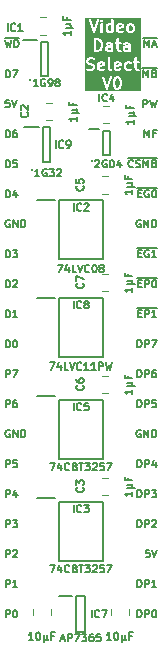
<source format=gto>
%TF.GenerationSoftware,KiCad,Pcbnew,8.0.7*%
%TF.CreationDate,2025-01-15T15:57:44+02:00*%
%TF.ProjectId,Video Data Select,56696465-6f20-4446-9174-612053656c65,V0*%
%TF.SameCoordinates,Original*%
%TF.FileFunction,Legend,Top*%
%TF.FilePolarity,Positive*%
%FSLAX46Y46*%
G04 Gerber Fmt 4.6, Leading zero omitted, Abs format (unit mm)*
G04 Created by KiCad (PCBNEW 8.0.7) date 2025-01-15 15:57:44*
%MOMM*%
%LPD*%
G01*
G04 APERTURE LIST*
%ADD10C,0.150000*%
%ADD11C,0.200000*%
%ADD12C,0.120000*%
G04 APERTURE END LIST*
D10*
X1265874Y-48545963D02*
X1265874Y-47910963D01*
X1265874Y-47910963D02*
X1507779Y-47910963D01*
X1507779Y-47910963D02*
X1568255Y-47941201D01*
X1568255Y-47941201D02*
X1598493Y-47971439D01*
X1598493Y-47971439D02*
X1628731Y-48031915D01*
X1628731Y-48031915D02*
X1628731Y-48122629D01*
X1628731Y-48122629D02*
X1598493Y-48183105D01*
X1598493Y-48183105D02*
X1568255Y-48213344D01*
X1568255Y-48213344D02*
X1507779Y-48243582D01*
X1507779Y-48243582D02*
X1265874Y-48243582D01*
X2021826Y-47910963D02*
X2082303Y-47910963D01*
X2082303Y-47910963D02*
X2142779Y-47941201D01*
X2142779Y-47941201D02*
X2173017Y-47971439D01*
X2173017Y-47971439D02*
X2203255Y-48031915D01*
X2203255Y-48031915D02*
X2233493Y-48152867D01*
X2233493Y-48152867D02*
X2233493Y-48304058D01*
X2233493Y-48304058D02*
X2203255Y-48425010D01*
X2203255Y-48425010D02*
X2173017Y-48485486D01*
X2173017Y-48485486D02*
X2142779Y-48515725D01*
X2142779Y-48515725D02*
X2082303Y-48545963D01*
X2082303Y-48545963D02*
X2021826Y-48545963D01*
X2021826Y-48545963D02*
X1961350Y-48515725D01*
X1961350Y-48515725D02*
X1931112Y-48485486D01*
X1931112Y-48485486D02*
X1900874Y-48425010D01*
X1900874Y-48425010D02*
X1870636Y-48304058D01*
X1870636Y-48304058D02*
X1870636Y-48152867D01*
X1870636Y-48152867D02*
X1900874Y-48031915D01*
X1900874Y-48031915D02*
X1931112Y-47971439D01*
X1931112Y-47971439D02*
X1961350Y-47941201D01*
X1961350Y-47941201D02*
X2021826Y-47910963D01*
X1568255Y-4730963D02*
X1265874Y-4730963D01*
X1265874Y-4730963D02*
X1235636Y-5033344D01*
X1235636Y-5033344D02*
X1265874Y-5003105D01*
X1265874Y-5003105D02*
X1326350Y-4972867D01*
X1326350Y-4972867D02*
X1477541Y-4972867D01*
X1477541Y-4972867D02*
X1538017Y-5003105D01*
X1538017Y-5003105D02*
X1568255Y-5033344D01*
X1568255Y-5033344D02*
X1598493Y-5093820D01*
X1598493Y-5093820D02*
X1598493Y-5245010D01*
X1598493Y-5245010D02*
X1568255Y-5305486D01*
X1568255Y-5305486D02*
X1538017Y-5335725D01*
X1538017Y-5335725D02*
X1477541Y-5365963D01*
X1477541Y-5365963D02*
X1326350Y-5365963D01*
X1326350Y-5365963D02*
X1265874Y-5335725D01*
X1265874Y-5335725D02*
X1235636Y-5305486D01*
X1779922Y-4730963D02*
X1991588Y-5365963D01*
X1991588Y-5365963D02*
X2203255Y-4730963D01*
X1265874Y-46005963D02*
X1265874Y-45370963D01*
X1265874Y-45370963D02*
X1507779Y-45370963D01*
X1507779Y-45370963D02*
X1568255Y-45401201D01*
X1568255Y-45401201D02*
X1598493Y-45431439D01*
X1598493Y-45431439D02*
X1628731Y-45491915D01*
X1628731Y-45491915D02*
X1628731Y-45582629D01*
X1628731Y-45582629D02*
X1598493Y-45643105D01*
X1598493Y-45643105D02*
X1568255Y-45673344D01*
X1568255Y-45673344D02*
X1507779Y-45703582D01*
X1507779Y-45703582D02*
X1265874Y-45703582D01*
X2233493Y-46005963D02*
X1870636Y-46005963D01*
X2052064Y-46005963D02*
X2052064Y-45370963D01*
X2052064Y-45370963D02*
X1991588Y-45461677D01*
X1991588Y-45461677D02*
X1931112Y-45522153D01*
X1931112Y-45522153D02*
X1870636Y-45552391D01*
X1265874Y-28225963D02*
X1265874Y-27590963D01*
X1265874Y-27590963D02*
X1507779Y-27590963D01*
X1507779Y-27590963D02*
X1568255Y-27621201D01*
X1568255Y-27621201D02*
X1598493Y-27651439D01*
X1598493Y-27651439D02*
X1628731Y-27711915D01*
X1628731Y-27711915D02*
X1628731Y-27802629D01*
X1628731Y-27802629D02*
X1598493Y-27863105D01*
X1598493Y-27863105D02*
X1568255Y-27893344D01*
X1568255Y-27893344D02*
X1507779Y-27923582D01*
X1507779Y-27923582D02*
X1265874Y-27923582D01*
X1840398Y-27590963D02*
X2263731Y-27590963D01*
X2263731Y-27590963D02*
X1991588Y-28225963D01*
X13429839Y-42830963D02*
X13127458Y-42830963D01*
X13127458Y-42830963D02*
X13097220Y-43133344D01*
X13097220Y-43133344D02*
X13127458Y-43103105D01*
X13127458Y-43103105D02*
X13187934Y-43072867D01*
X13187934Y-43072867D02*
X13339125Y-43072867D01*
X13339125Y-43072867D02*
X13399601Y-43103105D01*
X13399601Y-43103105D02*
X13429839Y-43133344D01*
X13429839Y-43133344D02*
X13460077Y-43193820D01*
X13460077Y-43193820D02*
X13460077Y-43345010D01*
X13460077Y-43345010D02*
X13429839Y-43405486D01*
X13429839Y-43405486D02*
X13399601Y-43435725D01*
X13399601Y-43435725D02*
X13339125Y-43465963D01*
X13339125Y-43465963D02*
X13187934Y-43465963D01*
X13187934Y-43465963D02*
X13127458Y-43435725D01*
X13127458Y-43435725D02*
X13097220Y-43405486D01*
X13641506Y-42830963D02*
X13853172Y-43465963D01*
X13853172Y-43465963D02*
X14064839Y-42830963D01*
X12462220Y-20273344D02*
X12673887Y-20273344D01*
X12764601Y-20605963D02*
X12462220Y-20605963D01*
X12462220Y-20605963D02*
X12462220Y-19970963D01*
X12462220Y-19970963D02*
X12764601Y-19970963D01*
X13036744Y-20605963D02*
X13036744Y-19970963D01*
X13036744Y-19970963D02*
X13278649Y-19970963D01*
X13278649Y-19970963D02*
X13339125Y-20001201D01*
X13339125Y-20001201D02*
X13369363Y-20031439D01*
X13369363Y-20031439D02*
X13399601Y-20091915D01*
X13399601Y-20091915D02*
X13399601Y-20182629D01*
X13399601Y-20182629D02*
X13369363Y-20243105D01*
X13369363Y-20243105D02*
X13339125Y-20273344D01*
X13339125Y-20273344D02*
X13278649Y-20303582D01*
X13278649Y-20303582D02*
X13036744Y-20303582D01*
X13792696Y-19970963D02*
X13853173Y-19970963D01*
X13853173Y-19970963D02*
X13913649Y-20001201D01*
X13913649Y-20001201D02*
X13943887Y-20031439D01*
X13943887Y-20031439D02*
X13974125Y-20091915D01*
X13974125Y-20091915D02*
X14004363Y-20212867D01*
X14004363Y-20212867D02*
X14004363Y-20364058D01*
X14004363Y-20364058D02*
X13974125Y-20485010D01*
X13974125Y-20485010D02*
X13943887Y-20545486D01*
X13943887Y-20545486D02*
X13913649Y-20575725D01*
X13913649Y-20575725D02*
X13853173Y-20605963D01*
X13853173Y-20605963D02*
X13792696Y-20605963D01*
X13792696Y-20605963D02*
X13732220Y-20575725D01*
X13732220Y-20575725D02*
X13701982Y-20545486D01*
X13701982Y-20545486D02*
X13671744Y-20485010D01*
X13671744Y-20485010D02*
X13641506Y-20364058D01*
X13641506Y-20364058D02*
X13641506Y-20212867D01*
X13641506Y-20212867D02*
X13671744Y-20091915D01*
X13671744Y-20091915D02*
X13701982Y-20031439D01*
X13701982Y-20031439D02*
X13732220Y-20001201D01*
X13732220Y-20001201D02*
X13792696Y-19970963D01*
X12374530Y-19794675D02*
X14061816Y-19794675D01*
X1265874Y-18065963D02*
X1265874Y-17430963D01*
X1265874Y-17430963D02*
X1417064Y-17430963D01*
X1417064Y-17430963D02*
X1507779Y-17461201D01*
X1507779Y-17461201D02*
X1568255Y-17521677D01*
X1568255Y-17521677D02*
X1598493Y-17582153D01*
X1598493Y-17582153D02*
X1628731Y-17703105D01*
X1628731Y-17703105D02*
X1628731Y-17793820D01*
X1628731Y-17793820D02*
X1598493Y-17914772D01*
X1598493Y-17914772D02*
X1568255Y-17975248D01*
X1568255Y-17975248D02*
X1507779Y-18035725D01*
X1507779Y-18035725D02*
X1417064Y-18065963D01*
X1417064Y-18065963D02*
X1265874Y-18065963D01*
X1840398Y-17430963D02*
X2233493Y-17430963D01*
X2233493Y-17430963D02*
X2021826Y-17672867D01*
X2021826Y-17672867D02*
X2112541Y-17672867D01*
X2112541Y-17672867D02*
X2173017Y-17703105D01*
X2173017Y-17703105D02*
X2203255Y-17733344D01*
X2203255Y-17733344D02*
X2233493Y-17793820D01*
X2233493Y-17793820D02*
X2233493Y-17945010D01*
X2233493Y-17945010D02*
X2203255Y-18005486D01*
X2203255Y-18005486D02*
X2173017Y-18035725D01*
X2173017Y-18035725D02*
X2112541Y-18065963D01*
X2112541Y-18065963D02*
X1931112Y-18065963D01*
X1931112Y-18065963D02*
X1870636Y-18035725D01*
X1870636Y-18035725D02*
X1840398Y-18005486D01*
X12915792Y-2825963D02*
X12915792Y-2190963D01*
X12915792Y-2190963D02*
X13127459Y-2644534D01*
X13127459Y-2644534D02*
X13339125Y-2190963D01*
X13339125Y-2190963D02*
X13339125Y-2825963D01*
X13853173Y-2493344D02*
X13943887Y-2523582D01*
X13943887Y-2523582D02*
X13974125Y-2553820D01*
X13974125Y-2553820D02*
X14004363Y-2614296D01*
X14004363Y-2614296D02*
X14004363Y-2705010D01*
X14004363Y-2705010D02*
X13974125Y-2765486D01*
X13974125Y-2765486D02*
X13943887Y-2795725D01*
X13943887Y-2795725D02*
X13883411Y-2825963D01*
X13883411Y-2825963D02*
X13641506Y-2825963D01*
X13641506Y-2825963D02*
X13641506Y-2190963D01*
X13641506Y-2190963D02*
X13853173Y-2190963D01*
X13853173Y-2190963D02*
X13913649Y-2221201D01*
X13913649Y-2221201D02*
X13943887Y-2251439D01*
X13943887Y-2251439D02*
X13974125Y-2311915D01*
X13974125Y-2311915D02*
X13974125Y-2372391D01*
X13974125Y-2372391D02*
X13943887Y-2432867D01*
X13943887Y-2432867D02*
X13913649Y-2463105D01*
X13913649Y-2463105D02*
X13853173Y-2493344D01*
X13853173Y-2493344D02*
X13641506Y-2493344D01*
X12828102Y-2014675D02*
X14061816Y-2014675D01*
X1265874Y-43465963D02*
X1265874Y-42830963D01*
X1265874Y-42830963D02*
X1507779Y-42830963D01*
X1507779Y-42830963D02*
X1568255Y-42861201D01*
X1568255Y-42861201D02*
X1598493Y-42891439D01*
X1598493Y-42891439D02*
X1628731Y-42951915D01*
X1628731Y-42951915D02*
X1628731Y-43042629D01*
X1628731Y-43042629D02*
X1598493Y-43103105D01*
X1598493Y-43103105D02*
X1568255Y-43133344D01*
X1568255Y-43133344D02*
X1507779Y-43163582D01*
X1507779Y-43163582D02*
X1265874Y-43163582D01*
X1870636Y-42891439D02*
X1900874Y-42861201D01*
X1900874Y-42861201D02*
X1961350Y-42830963D01*
X1961350Y-42830963D02*
X2112541Y-42830963D01*
X2112541Y-42830963D02*
X2173017Y-42861201D01*
X2173017Y-42861201D02*
X2203255Y-42891439D01*
X2203255Y-42891439D02*
X2233493Y-42951915D01*
X2233493Y-42951915D02*
X2233493Y-43012391D01*
X2233493Y-43012391D02*
X2203255Y-43103105D01*
X2203255Y-43103105D02*
X1840398Y-43465963D01*
X1840398Y-43465963D02*
X2233493Y-43465963D01*
X1265874Y-20605963D02*
X1265874Y-19970963D01*
X1265874Y-19970963D02*
X1417064Y-19970963D01*
X1417064Y-19970963D02*
X1507779Y-20001201D01*
X1507779Y-20001201D02*
X1568255Y-20061677D01*
X1568255Y-20061677D02*
X1598493Y-20122153D01*
X1598493Y-20122153D02*
X1628731Y-20243105D01*
X1628731Y-20243105D02*
X1628731Y-20333820D01*
X1628731Y-20333820D02*
X1598493Y-20454772D01*
X1598493Y-20454772D02*
X1568255Y-20515248D01*
X1568255Y-20515248D02*
X1507779Y-20575725D01*
X1507779Y-20575725D02*
X1417064Y-20605963D01*
X1417064Y-20605963D02*
X1265874Y-20605963D01*
X1870636Y-20031439D02*
X1900874Y-20001201D01*
X1900874Y-20001201D02*
X1961350Y-19970963D01*
X1961350Y-19970963D02*
X2112541Y-19970963D01*
X2112541Y-19970963D02*
X2173017Y-20001201D01*
X2173017Y-20001201D02*
X2203255Y-20031439D01*
X2203255Y-20031439D02*
X2233493Y-20091915D01*
X2233493Y-20091915D02*
X2233493Y-20152391D01*
X2233493Y-20152391D02*
X2203255Y-20243105D01*
X2203255Y-20243105D02*
X1840398Y-20605963D01*
X1840398Y-20605963D02*
X2233493Y-20605963D01*
X1265874Y-2825963D02*
X1265874Y-2190963D01*
X1265874Y-2190963D02*
X1417064Y-2190963D01*
X1417064Y-2190963D02*
X1507779Y-2221201D01*
X1507779Y-2221201D02*
X1568255Y-2281677D01*
X1568255Y-2281677D02*
X1598493Y-2342153D01*
X1598493Y-2342153D02*
X1628731Y-2463105D01*
X1628731Y-2463105D02*
X1628731Y-2553820D01*
X1628731Y-2553820D02*
X1598493Y-2674772D01*
X1598493Y-2674772D02*
X1568255Y-2735248D01*
X1568255Y-2735248D02*
X1507779Y-2795725D01*
X1507779Y-2795725D02*
X1417064Y-2825963D01*
X1417064Y-2825963D02*
X1265874Y-2825963D01*
X1840398Y-2190963D02*
X2263731Y-2190963D01*
X2263731Y-2190963D02*
X1991588Y-2825963D01*
X12673887Y-32701201D02*
X12613411Y-32670963D01*
X12613411Y-32670963D02*
X12522697Y-32670963D01*
X12522697Y-32670963D02*
X12431982Y-32701201D01*
X12431982Y-32701201D02*
X12371506Y-32761677D01*
X12371506Y-32761677D02*
X12341268Y-32822153D01*
X12341268Y-32822153D02*
X12311030Y-32943105D01*
X12311030Y-32943105D02*
X12311030Y-33033820D01*
X12311030Y-33033820D02*
X12341268Y-33154772D01*
X12341268Y-33154772D02*
X12371506Y-33215248D01*
X12371506Y-33215248D02*
X12431982Y-33275725D01*
X12431982Y-33275725D02*
X12522697Y-33305963D01*
X12522697Y-33305963D02*
X12583173Y-33305963D01*
X12583173Y-33305963D02*
X12673887Y-33275725D01*
X12673887Y-33275725D02*
X12704125Y-33245486D01*
X12704125Y-33245486D02*
X12704125Y-33033820D01*
X12704125Y-33033820D02*
X12583173Y-33033820D01*
X12976268Y-33305963D02*
X12976268Y-32670963D01*
X12976268Y-32670963D02*
X13339125Y-33305963D01*
X13339125Y-33305963D02*
X13339125Y-32670963D01*
X13641506Y-33305963D02*
X13641506Y-32670963D01*
X13641506Y-32670963D02*
X13792696Y-32670963D01*
X13792696Y-32670963D02*
X13883411Y-32701201D01*
X13883411Y-32701201D02*
X13943887Y-32761677D01*
X13943887Y-32761677D02*
X13974125Y-32822153D01*
X13974125Y-32822153D02*
X14004363Y-32943105D01*
X14004363Y-32943105D02*
X14004363Y-33033820D01*
X14004363Y-33033820D02*
X13974125Y-33154772D01*
X13974125Y-33154772D02*
X13943887Y-33215248D01*
X13943887Y-33215248D02*
X13883411Y-33275725D01*
X13883411Y-33275725D02*
X13792696Y-33305963D01*
X13792696Y-33305963D02*
X13641506Y-33305963D01*
X1265874Y-35845963D02*
X1265874Y-35210963D01*
X1265874Y-35210963D02*
X1507779Y-35210963D01*
X1507779Y-35210963D02*
X1568255Y-35241201D01*
X1568255Y-35241201D02*
X1598493Y-35271439D01*
X1598493Y-35271439D02*
X1628731Y-35331915D01*
X1628731Y-35331915D02*
X1628731Y-35422629D01*
X1628731Y-35422629D02*
X1598493Y-35483105D01*
X1598493Y-35483105D02*
X1568255Y-35513344D01*
X1568255Y-35513344D02*
X1507779Y-35543582D01*
X1507779Y-35543582D02*
X1265874Y-35543582D01*
X2203255Y-35210963D02*
X1900874Y-35210963D01*
X1900874Y-35210963D02*
X1870636Y-35513344D01*
X1870636Y-35513344D02*
X1900874Y-35483105D01*
X1900874Y-35483105D02*
X1961350Y-35452867D01*
X1961350Y-35452867D02*
X2112541Y-35452867D01*
X2112541Y-35452867D02*
X2173017Y-35483105D01*
X2173017Y-35483105D02*
X2203255Y-35513344D01*
X2203255Y-35513344D02*
X2233493Y-35573820D01*
X2233493Y-35573820D02*
X2233493Y-35725010D01*
X2233493Y-35725010D02*
X2203255Y-35785486D01*
X2203255Y-35785486D02*
X2173017Y-35815725D01*
X2173017Y-35815725D02*
X2112541Y-35845963D01*
X2112541Y-35845963D02*
X1961350Y-35845963D01*
X1961350Y-35845963D02*
X1900874Y-35815725D01*
X1900874Y-35815725D02*
X1870636Y-35785486D01*
X12038887Y-10385486D02*
X12008649Y-10415725D01*
X12008649Y-10415725D02*
X11917935Y-10445963D01*
X11917935Y-10445963D02*
X11857459Y-10445963D01*
X11857459Y-10445963D02*
X11766744Y-10415725D01*
X11766744Y-10415725D02*
X11706268Y-10355248D01*
X11706268Y-10355248D02*
X11676030Y-10294772D01*
X11676030Y-10294772D02*
X11645792Y-10173820D01*
X11645792Y-10173820D02*
X11645792Y-10083105D01*
X11645792Y-10083105D02*
X11676030Y-9962153D01*
X11676030Y-9962153D02*
X11706268Y-9901677D01*
X11706268Y-9901677D02*
X11766744Y-9841201D01*
X11766744Y-9841201D02*
X11857459Y-9810963D01*
X11857459Y-9810963D02*
X11917935Y-9810963D01*
X11917935Y-9810963D02*
X12008649Y-9841201D01*
X12008649Y-9841201D02*
X12038887Y-9871439D01*
X12280792Y-10415725D02*
X12371506Y-10445963D01*
X12371506Y-10445963D02*
X12522697Y-10445963D01*
X12522697Y-10445963D02*
X12583173Y-10415725D01*
X12583173Y-10415725D02*
X12613411Y-10385486D01*
X12613411Y-10385486D02*
X12643649Y-10325010D01*
X12643649Y-10325010D02*
X12643649Y-10264534D01*
X12643649Y-10264534D02*
X12613411Y-10204058D01*
X12613411Y-10204058D02*
X12583173Y-10173820D01*
X12583173Y-10173820D02*
X12522697Y-10143582D01*
X12522697Y-10143582D02*
X12401744Y-10113344D01*
X12401744Y-10113344D02*
X12341268Y-10083105D01*
X12341268Y-10083105D02*
X12311030Y-10052867D01*
X12311030Y-10052867D02*
X12280792Y-9992391D01*
X12280792Y-9992391D02*
X12280792Y-9931915D01*
X12280792Y-9931915D02*
X12311030Y-9871439D01*
X12311030Y-9871439D02*
X12341268Y-9841201D01*
X12341268Y-9841201D02*
X12401744Y-9810963D01*
X12401744Y-9810963D02*
X12552935Y-9810963D01*
X12552935Y-9810963D02*
X12643649Y-9841201D01*
X12915792Y-10445963D02*
X12915792Y-9810963D01*
X12915792Y-9810963D02*
X13127459Y-10264534D01*
X13127459Y-10264534D02*
X13339125Y-9810963D01*
X13339125Y-9810963D02*
X13339125Y-10445963D01*
X13853173Y-10113344D02*
X13943887Y-10143582D01*
X13943887Y-10143582D02*
X13974125Y-10173820D01*
X13974125Y-10173820D02*
X14004363Y-10234296D01*
X14004363Y-10234296D02*
X14004363Y-10325010D01*
X14004363Y-10325010D02*
X13974125Y-10385486D01*
X13974125Y-10385486D02*
X13943887Y-10415725D01*
X13943887Y-10415725D02*
X13883411Y-10445963D01*
X13883411Y-10445963D02*
X13641506Y-10445963D01*
X13641506Y-10445963D02*
X13641506Y-9810963D01*
X13641506Y-9810963D02*
X13853173Y-9810963D01*
X13853173Y-9810963D02*
X13913649Y-9841201D01*
X13913649Y-9841201D02*
X13943887Y-9871439D01*
X13943887Y-9871439D02*
X13974125Y-9931915D01*
X13974125Y-9931915D02*
X13974125Y-9992391D01*
X13974125Y-9992391D02*
X13943887Y-10052867D01*
X13943887Y-10052867D02*
X13913649Y-10083105D01*
X13913649Y-10083105D02*
X13853173Y-10113344D01*
X13853173Y-10113344D02*
X13641506Y-10113344D01*
X11588340Y-9634675D02*
X14061816Y-9634675D01*
X12401744Y-30765963D02*
X12401744Y-30130963D01*
X12401744Y-30130963D02*
X12552934Y-30130963D01*
X12552934Y-30130963D02*
X12643649Y-30161201D01*
X12643649Y-30161201D02*
X12704125Y-30221677D01*
X12704125Y-30221677D02*
X12734363Y-30282153D01*
X12734363Y-30282153D02*
X12764601Y-30403105D01*
X12764601Y-30403105D02*
X12764601Y-30493820D01*
X12764601Y-30493820D02*
X12734363Y-30614772D01*
X12734363Y-30614772D02*
X12704125Y-30675248D01*
X12704125Y-30675248D02*
X12643649Y-30735725D01*
X12643649Y-30735725D02*
X12552934Y-30765963D01*
X12552934Y-30765963D02*
X12401744Y-30765963D01*
X13036744Y-30765963D02*
X13036744Y-30130963D01*
X13036744Y-30130963D02*
X13278649Y-30130963D01*
X13278649Y-30130963D02*
X13339125Y-30161201D01*
X13339125Y-30161201D02*
X13369363Y-30191439D01*
X13369363Y-30191439D02*
X13399601Y-30251915D01*
X13399601Y-30251915D02*
X13399601Y-30342629D01*
X13399601Y-30342629D02*
X13369363Y-30403105D01*
X13369363Y-30403105D02*
X13339125Y-30433344D01*
X13339125Y-30433344D02*
X13278649Y-30463582D01*
X13278649Y-30463582D02*
X13036744Y-30463582D01*
X13974125Y-30130963D02*
X13671744Y-30130963D01*
X13671744Y-30130963D02*
X13641506Y-30433344D01*
X13641506Y-30433344D02*
X13671744Y-30403105D01*
X13671744Y-30403105D02*
X13732220Y-30372867D01*
X13732220Y-30372867D02*
X13883411Y-30372867D01*
X13883411Y-30372867D02*
X13943887Y-30403105D01*
X13943887Y-30403105D02*
X13974125Y-30433344D01*
X13974125Y-30433344D02*
X14004363Y-30493820D01*
X14004363Y-30493820D02*
X14004363Y-30645010D01*
X14004363Y-30645010D02*
X13974125Y-30705486D01*
X13974125Y-30705486D02*
X13943887Y-30735725D01*
X13943887Y-30735725D02*
X13883411Y-30765963D01*
X13883411Y-30765963D02*
X13732220Y-30765963D01*
X13732220Y-30765963D02*
X13671744Y-30735725D01*
X13671744Y-30735725D02*
X13641506Y-30705486D01*
X1265874Y-12985963D02*
X1265874Y-12350963D01*
X1265874Y-12350963D02*
X1417064Y-12350963D01*
X1417064Y-12350963D02*
X1507779Y-12381201D01*
X1507779Y-12381201D02*
X1568255Y-12441677D01*
X1568255Y-12441677D02*
X1598493Y-12502153D01*
X1598493Y-12502153D02*
X1628731Y-12623105D01*
X1628731Y-12623105D02*
X1628731Y-12713820D01*
X1628731Y-12713820D02*
X1598493Y-12834772D01*
X1598493Y-12834772D02*
X1568255Y-12895248D01*
X1568255Y-12895248D02*
X1507779Y-12955725D01*
X1507779Y-12955725D02*
X1417064Y-12985963D01*
X1417064Y-12985963D02*
X1265874Y-12985963D01*
X2173017Y-12562629D02*
X2173017Y-12985963D01*
X2021826Y-12320725D02*
X1870636Y-12774296D01*
X1870636Y-12774296D02*
X2263731Y-12774296D01*
X12401744Y-25685963D02*
X12401744Y-25050963D01*
X12401744Y-25050963D02*
X12552934Y-25050963D01*
X12552934Y-25050963D02*
X12643649Y-25081201D01*
X12643649Y-25081201D02*
X12704125Y-25141677D01*
X12704125Y-25141677D02*
X12734363Y-25202153D01*
X12734363Y-25202153D02*
X12764601Y-25323105D01*
X12764601Y-25323105D02*
X12764601Y-25413820D01*
X12764601Y-25413820D02*
X12734363Y-25534772D01*
X12734363Y-25534772D02*
X12704125Y-25595248D01*
X12704125Y-25595248D02*
X12643649Y-25655725D01*
X12643649Y-25655725D02*
X12552934Y-25685963D01*
X12552934Y-25685963D02*
X12401744Y-25685963D01*
X13036744Y-25685963D02*
X13036744Y-25050963D01*
X13036744Y-25050963D02*
X13278649Y-25050963D01*
X13278649Y-25050963D02*
X13339125Y-25081201D01*
X13339125Y-25081201D02*
X13369363Y-25111439D01*
X13369363Y-25111439D02*
X13399601Y-25171915D01*
X13399601Y-25171915D02*
X13399601Y-25262629D01*
X13399601Y-25262629D02*
X13369363Y-25323105D01*
X13369363Y-25323105D02*
X13339125Y-25353344D01*
X13339125Y-25353344D02*
X13278649Y-25383582D01*
X13278649Y-25383582D02*
X13036744Y-25383582D01*
X13611268Y-25050963D02*
X14034601Y-25050963D01*
X14034601Y-25050963D02*
X13762458Y-25685963D01*
X12401744Y-38385963D02*
X12401744Y-37750963D01*
X12401744Y-37750963D02*
X12552934Y-37750963D01*
X12552934Y-37750963D02*
X12643649Y-37781201D01*
X12643649Y-37781201D02*
X12704125Y-37841677D01*
X12704125Y-37841677D02*
X12734363Y-37902153D01*
X12734363Y-37902153D02*
X12764601Y-38023105D01*
X12764601Y-38023105D02*
X12764601Y-38113820D01*
X12764601Y-38113820D02*
X12734363Y-38234772D01*
X12734363Y-38234772D02*
X12704125Y-38295248D01*
X12704125Y-38295248D02*
X12643649Y-38355725D01*
X12643649Y-38355725D02*
X12552934Y-38385963D01*
X12552934Y-38385963D02*
X12401744Y-38385963D01*
X13036744Y-38385963D02*
X13036744Y-37750963D01*
X13036744Y-37750963D02*
X13278649Y-37750963D01*
X13278649Y-37750963D02*
X13339125Y-37781201D01*
X13339125Y-37781201D02*
X13369363Y-37811439D01*
X13369363Y-37811439D02*
X13399601Y-37871915D01*
X13399601Y-37871915D02*
X13399601Y-37962629D01*
X13399601Y-37962629D02*
X13369363Y-38023105D01*
X13369363Y-38023105D02*
X13339125Y-38053344D01*
X13339125Y-38053344D02*
X13278649Y-38083582D01*
X13278649Y-38083582D02*
X13036744Y-38083582D01*
X13611268Y-37750963D02*
X14004363Y-37750963D01*
X14004363Y-37750963D02*
X13792696Y-37992867D01*
X13792696Y-37992867D02*
X13883411Y-37992867D01*
X13883411Y-37992867D02*
X13943887Y-38023105D01*
X13943887Y-38023105D02*
X13974125Y-38053344D01*
X13974125Y-38053344D02*
X14004363Y-38113820D01*
X14004363Y-38113820D02*
X14004363Y-38265010D01*
X14004363Y-38265010D02*
X13974125Y-38325486D01*
X13974125Y-38325486D02*
X13943887Y-38355725D01*
X13943887Y-38355725D02*
X13883411Y-38385963D01*
X13883411Y-38385963D02*
X13701982Y-38385963D01*
X13701982Y-38385963D02*
X13641506Y-38355725D01*
X13641506Y-38355725D02*
X13611268Y-38325486D01*
X13006506Y-285963D02*
X13006506Y349036D01*
X13006506Y349036D02*
X13218173Y-104534D01*
X13218173Y-104534D02*
X13429839Y349036D01*
X13429839Y349036D02*
X13429839Y-285963D01*
X13701982Y-104534D02*
X14004363Y-104534D01*
X13641506Y-285963D02*
X13853172Y349036D01*
X13853172Y349036D02*
X14064839Y-285963D01*
X12918816Y525325D02*
X14061816Y525325D01*
X12915792Y-5365963D02*
X12915792Y-4730963D01*
X12915792Y-4730963D02*
X13157697Y-4730963D01*
X13157697Y-4730963D02*
X13218173Y-4761201D01*
X13218173Y-4761201D02*
X13248411Y-4791439D01*
X13248411Y-4791439D02*
X13278649Y-4851915D01*
X13278649Y-4851915D02*
X13278649Y-4942629D01*
X13278649Y-4942629D02*
X13248411Y-5003105D01*
X13248411Y-5003105D02*
X13218173Y-5033344D01*
X13218173Y-5033344D02*
X13157697Y-5063582D01*
X13157697Y-5063582D02*
X12915792Y-5063582D01*
X13490316Y-4730963D02*
X13641506Y-5365963D01*
X13641506Y-5365963D02*
X13762459Y-4912391D01*
X13762459Y-4912391D02*
X13883411Y-5365963D01*
X13883411Y-5365963D02*
X14034602Y-4730963D01*
X12462220Y-17733344D02*
X12673887Y-17733344D01*
X12764601Y-18065963D02*
X12462220Y-18065963D01*
X12462220Y-18065963D02*
X12462220Y-17430963D01*
X12462220Y-17430963D02*
X12764601Y-17430963D01*
X13369363Y-17461201D02*
X13308887Y-17430963D01*
X13308887Y-17430963D02*
X13218173Y-17430963D01*
X13218173Y-17430963D02*
X13127458Y-17461201D01*
X13127458Y-17461201D02*
X13066982Y-17521677D01*
X13066982Y-17521677D02*
X13036744Y-17582153D01*
X13036744Y-17582153D02*
X13006506Y-17703105D01*
X13006506Y-17703105D02*
X13006506Y-17793820D01*
X13006506Y-17793820D02*
X13036744Y-17914772D01*
X13036744Y-17914772D02*
X13066982Y-17975248D01*
X13066982Y-17975248D02*
X13127458Y-18035725D01*
X13127458Y-18035725D02*
X13218173Y-18065963D01*
X13218173Y-18065963D02*
X13278649Y-18065963D01*
X13278649Y-18065963D02*
X13369363Y-18035725D01*
X13369363Y-18035725D02*
X13399601Y-18005486D01*
X13399601Y-18005486D02*
X13399601Y-17793820D01*
X13399601Y-17793820D02*
X13278649Y-17793820D01*
X14004363Y-18065963D02*
X13641506Y-18065963D01*
X13822934Y-18065963D02*
X13822934Y-17430963D01*
X13822934Y-17430963D02*
X13762458Y-17521677D01*
X13762458Y-17521677D02*
X13701982Y-17582153D01*
X13701982Y-17582153D02*
X13641506Y-17612391D01*
X12374530Y-17254675D02*
X14061816Y-17254675D01*
X12401744Y-40925963D02*
X12401744Y-40290963D01*
X12401744Y-40290963D02*
X12552934Y-40290963D01*
X12552934Y-40290963D02*
X12643649Y-40321201D01*
X12643649Y-40321201D02*
X12704125Y-40381677D01*
X12704125Y-40381677D02*
X12734363Y-40442153D01*
X12734363Y-40442153D02*
X12764601Y-40563105D01*
X12764601Y-40563105D02*
X12764601Y-40653820D01*
X12764601Y-40653820D02*
X12734363Y-40774772D01*
X12734363Y-40774772D02*
X12704125Y-40835248D01*
X12704125Y-40835248D02*
X12643649Y-40895725D01*
X12643649Y-40895725D02*
X12552934Y-40925963D01*
X12552934Y-40925963D02*
X12401744Y-40925963D01*
X13036744Y-40925963D02*
X13036744Y-40290963D01*
X13036744Y-40290963D02*
X13278649Y-40290963D01*
X13278649Y-40290963D02*
X13339125Y-40321201D01*
X13339125Y-40321201D02*
X13369363Y-40351439D01*
X13369363Y-40351439D02*
X13399601Y-40411915D01*
X13399601Y-40411915D02*
X13399601Y-40502629D01*
X13399601Y-40502629D02*
X13369363Y-40563105D01*
X13369363Y-40563105D02*
X13339125Y-40593344D01*
X13339125Y-40593344D02*
X13278649Y-40623582D01*
X13278649Y-40623582D02*
X13036744Y-40623582D01*
X13641506Y-40351439D02*
X13671744Y-40321201D01*
X13671744Y-40321201D02*
X13732220Y-40290963D01*
X13732220Y-40290963D02*
X13883411Y-40290963D01*
X13883411Y-40290963D02*
X13943887Y-40321201D01*
X13943887Y-40321201D02*
X13974125Y-40351439D01*
X13974125Y-40351439D02*
X14004363Y-40411915D01*
X14004363Y-40411915D02*
X14004363Y-40472391D01*
X14004363Y-40472391D02*
X13974125Y-40563105D01*
X13974125Y-40563105D02*
X13611268Y-40925963D01*
X13611268Y-40925963D02*
X14004363Y-40925963D01*
X1598493Y-14921201D02*
X1538017Y-14890963D01*
X1538017Y-14890963D02*
X1447303Y-14890963D01*
X1447303Y-14890963D02*
X1356588Y-14921201D01*
X1356588Y-14921201D02*
X1296112Y-14981677D01*
X1296112Y-14981677D02*
X1265874Y-15042153D01*
X1265874Y-15042153D02*
X1235636Y-15163105D01*
X1235636Y-15163105D02*
X1235636Y-15253820D01*
X1235636Y-15253820D02*
X1265874Y-15374772D01*
X1265874Y-15374772D02*
X1296112Y-15435248D01*
X1296112Y-15435248D02*
X1356588Y-15495725D01*
X1356588Y-15495725D02*
X1447303Y-15525963D01*
X1447303Y-15525963D02*
X1507779Y-15525963D01*
X1507779Y-15525963D02*
X1598493Y-15495725D01*
X1598493Y-15495725D02*
X1628731Y-15465486D01*
X1628731Y-15465486D02*
X1628731Y-15253820D01*
X1628731Y-15253820D02*
X1507779Y-15253820D01*
X1900874Y-15525963D02*
X1900874Y-14890963D01*
X1900874Y-14890963D02*
X2263731Y-15525963D01*
X2263731Y-15525963D02*
X2263731Y-14890963D01*
X2566112Y-15525963D02*
X2566112Y-14890963D01*
X2566112Y-14890963D02*
X2717302Y-14890963D01*
X2717302Y-14890963D02*
X2808017Y-14921201D01*
X2808017Y-14921201D02*
X2868493Y-14981677D01*
X2868493Y-14981677D02*
X2898731Y-15042153D01*
X2898731Y-15042153D02*
X2928969Y-15163105D01*
X2928969Y-15163105D02*
X2928969Y-15253820D01*
X2928969Y-15253820D02*
X2898731Y-15374772D01*
X2898731Y-15374772D02*
X2868493Y-15435248D01*
X2868493Y-15435248D02*
X2808017Y-15495725D01*
X2808017Y-15495725D02*
X2717302Y-15525963D01*
X2717302Y-15525963D02*
X2566112Y-15525963D01*
X12673887Y-14921201D02*
X12613411Y-14890963D01*
X12613411Y-14890963D02*
X12522697Y-14890963D01*
X12522697Y-14890963D02*
X12431982Y-14921201D01*
X12431982Y-14921201D02*
X12371506Y-14981677D01*
X12371506Y-14981677D02*
X12341268Y-15042153D01*
X12341268Y-15042153D02*
X12311030Y-15163105D01*
X12311030Y-15163105D02*
X12311030Y-15253820D01*
X12311030Y-15253820D02*
X12341268Y-15374772D01*
X12341268Y-15374772D02*
X12371506Y-15435248D01*
X12371506Y-15435248D02*
X12431982Y-15495725D01*
X12431982Y-15495725D02*
X12522697Y-15525963D01*
X12522697Y-15525963D02*
X12583173Y-15525963D01*
X12583173Y-15525963D02*
X12673887Y-15495725D01*
X12673887Y-15495725D02*
X12704125Y-15465486D01*
X12704125Y-15465486D02*
X12704125Y-15253820D01*
X12704125Y-15253820D02*
X12583173Y-15253820D01*
X12976268Y-15525963D02*
X12976268Y-14890963D01*
X12976268Y-14890963D02*
X13339125Y-15525963D01*
X13339125Y-15525963D02*
X13339125Y-14890963D01*
X13641506Y-15525963D02*
X13641506Y-14890963D01*
X13641506Y-14890963D02*
X13792696Y-14890963D01*
X13792696Y-14890963D02*
X13883411Y-14921201D01*
X13883411Y-14921201D02*
X13943887Y-14981677D01*
X13943887Y-14981677D02*
X13974125Y-15042153D01*
X13974125Y-15042153D02*
X14004363Y-15163105D01*
X14004363Y-15163105D02*
X14004363Y-15253820D01*
X14004363Y-15253820D02*
X13974125Y-15374772D01*
X13974125Y-15374772D02*
X13943887Y-15435248D01*
X13943887Y-15435248D02*
X13883411Y-15495725D01*
X13883411Y-15495725D02*
X13792696Y-15525963D01*
X13792696Y-15525963D02*
X13641506Y-15525963D01*
X12401744Y-46005963D02*
X12401744Y-45370963D01*
X12401744Y-45370963D02*
X12552934Y-45370963D01*
X12552934Y-45370963D02*
X12643649Y-45401201D01*
X12643649Y-45401201D02*
X12704125Y-45461677D01*
X12704125Y-45461677D02*
X12734363Y-45522153D01*
X12734363Y-45522153D02*
X12764601Y-45643105D01*
X12764601Y-45643105D02*
X12764601Y-45733820D01*
X12764601Y-45733820D02*
X12734363Y-45854772D01*
X12734363Y-45854772D02*
X12704125Y-45915248D01*
X12704125Y-45915248D02*
X12643649Y-45975725D01*
X12643649Y-45975725D02*
X12552934Y-46005963D01*
X12552934Y-46005963D02*
X12401744Y-46005963D01*
X13036744Y-46005963D02*
X13036744Y-45370963D01*
X13036744Y-45370963D02*
X13278649Y-45370963D01*
X13278649Y-45370963D02*
X13339125Y-45401201D01*
X13339125Y-45401201D02*
X13369363Y-45431439D01*
X13369363Y-45431439D02*
X13399601Y-45491915D01*
X13399601Y-45491915D02*
X13399601Y-45582629D01*
X13399601Y-45582629D02*
X13369363Y-45643105D01*
X13369363Y-45643105D02*
X13339125Y-45673344D01*
X13339125Y-45673344D02*
X13278649Y-45703582D01*
X13278649Y-45703582D02*
X13036744Y-45703582D01*
X14004363Y-46005963D02*
X13641506Y-46005963D01*
X13822934Y-46005963D02*
X13822934Y-45370963D01*
X13822934Y-45370963D02*
X13762458Y-45461677D01*
X13762458Y-45461677D02*
X13701982Y-45522153D01*
X13701982Y-45522153D02*
X13641506Y-45552391D01*
X12462220Y-22813344D02*
X12673887Y-22813344D01*
X12764601Y-23145963D02*
X12462220Y-23145963D01*
X12462220Y-23145963D02*
X12462220Y-22510963D01*
X12462220Y-22510963D02*
X12764601Y-22510963D01*
X13036744Y-23145963D02*
X13036744Y-22510963D01*
X13036744Y-22510963D02*
X13278649Y-22510963D01*
X13278649Y-22510963D02*
X13339125Y-22541201D01*
X13339125Y-22541201D02*
X13369363Y-22571439D01*
X13369363Y-22571439D02*
X13399601Y-22631915D01*
X13399601Y-22631915D02*
X13399601Y-22722629D01*
X13399601Y-22722629D02*
X13369363Y-22783105D01*
X13369363Y-22783105D02*
X13339125Y-22813344D01*
X13339125Y-22813344D02*
X13278649Y-22843582D01*
X13278649Y-22843582D02*
X13036744Y-22843582D01*
X14004363Y-23145963D02*
X13641506Y-23145963D01*
X13822934Y-23145963D02*
X13822934Y-22510963D01*
X13822934Y-22510963D02*
X13762458Y-22601677D01*
X13762458Y-22601677D02*
X13701982Y-22662153D01*
X13701982Y-22662153D02*
X13641506Y-22692391D01*
X12374530Y-22334675D02*
X14061816Y-22334675D01*
X1265874Y-25685963D02*
X1265874Y-25050963D01*
X1265874Y-25050963D02*
X1417064Y-25050963D01*
X1417064Y-25050963D02*
X1507779Y-25081201D01*
X1507779Y-25081201D02*
X1568255Y-25141677D01*
X1568255Y-25141677D02*
X1598493Y-25202153D01*
X1598493Y-25202153D02*
X1628731Y-25323105D01*
X1628731Y-25323105D02*
X1628731Y-25413820D01*
X1628731Y-25413820D02*
X1598493Y-25534772D01*
X1598493Y-25534772D02*
X1568255Y-25595248D01*
X1568255Y-25595248D02*
X1507779Y-25655725D01*
X1507779Y-25655725D02*
X1417064Y-25685963D01*
X1417064Y-25685963D02*
X1265874Y-25685963D01*
X2021826Y-25050963D02*
X2082303Y-25050963D01*
X2082303Y-25050963D02*
X2142779Y-25081201D01*
X2142779Y-25081201D02*
X2173017Y-25111439D01*
X2173017Y-25111439D02*
X2203255Y-25171915D01*
X2203255Y-25171915D02*
X2233493Y-25292867D01*
X2233493Y-25292867D02*
X2233493Y-25444058D01*
X2233493Y-25444058D02*
X2203255Y-25565010D01*
X2203255Y-25565010D02*
X2173017Y-25625486D01*
X2173017Y-25625486D02*
X2142779Y-25655725D01*
X2142779Y-25655725D02*
X2082303Y-25685963D01*
X2082303Y-25685963D02*
X2021826Y-25685963D01*
X2021826Y-25685963D02*
X1961350Y-25655725D01*
X1961350Y-25655725D02*
X1931112Y-25625486D01*
X1931112Y-25625486D02*
X1900874Y-25565010D01*
X1900874Y-25565010D02*
X1870636Y-25444058D01*
X1870636Y-25444058D02*
X1870636Y-25292867D01*
X1870636Y-25292867D02*
X1900874Y-25171915D01*
X1900874Y-25171915D02*
X1931112Y-25111439D01*
X1931112Y-25111439D02*
X1961350Y-25081201D01*
X1961350Y-25081201D02*
X2021826Y-25050963D01*
X12401744Y-28225963D02*
X12401744Y-27590963D01*
X12401744Y-27590963D02*
X12552934Y-27590963D01*
X12552934Y-27590963D02*
X12643649Y-27621201D01*
X12643649Y-27621201D02*
X12704125Y-27681677D01*
X12704125Y-27681677D02*
X12734363Y-27742153D01*
X12734363Y-27742153D02*
X12764601Y-27863105D01*
X12764601Y-27863105D02*
X12764601Y-27953820D01*
X12764601Y-27953820D02*
X12734363Y-28074772D01*
X12734363Y-28074772D02*
X12704125Y-28135248D01*
X12704125Y-28135248D02*
X12643649Y-28195725D01*
X12643649Y-28195725D02*
X12552934Y-28225963D01*
X12552934Y-28225963D02*
X12401744Y-28225963D01*
X13036744Y-28225963D02*
X13036744Y-27590963D01*
X13036744Y-27590963D02*
X13278649Y-27590963D01*
X13278649Y-27590963D02*
X13339125Y-27621201D01*
X13339125Y-27621201D02*
X13369363Y-27651439D01*
X13369363Y-27651439D02*
X13399601Y-27711915D01*
X13399601Y-27711915D02*
X13399601Y-27802629D01*
X13399601Y-27802629D02*
X13369363Y-27863105D01*
X13369363Y-27863105D02*
X13339125Y-27893344D01*
X13339125Y-27893344D02*
X13278649Y-27923582D01*
X13278649Y-27923582D02*
X13036744Y-27923582D01*
X13943887Y-27590963D02*
X13822934Y-27590963D01*
X13822934Y-27590963D02*
X13762458Y-27621201D01*
X13762458Y-27621201D02*
X13732220Y-27651439D01*
X13732220Y-27651439D02*
X13671744Y-27742153D01*
X13671744Y-27742153D02*
X13641506Y-27863105D01*
X13641506Y-27863105D02*
X13641506Y-28105010D01*
X13641506Y-28105010D02*
X13671744Y-28165486D01*
X13671744Y-28165486D02*
X13701982Y-28195725D01*
X13701982Y-28195725D02*
X13762458Y-28225963D01*
X13762458Y-28225963D02*
X13883411Y-28225963D01*
X13883411Y-28225963D02*
X13943887Y-28195725D01*
X13943887Y-28195725D02*
X13974125Y-28165486D01*
X13974125Y-28165486D02*
X14004363Y-28105010D01*
X14004363Y-28105010D02*
X14004363Y-27953820D01*
X14004363Y-27953820D02*
X13974125Y-27893344D01*
X13974125Y-27893344D02*
X13943887Y-27863105D01*
X13943887Y-27863105D02*
X13883411Y-27832867D01*
X13883411Y-27832867D02*
X13762458Y-27832867D01*
X13762458Y-27832867D02*
X13701982Y-27863105D01*
X13701982Y-27863105D02*
X13671744Y-27893344D01*
X13671744Y-27893344D02*
X13641506Y-27953820D01*
X1265874Y-7905963D02*
X1265874Y-7270963D01*
X1265874Y-7270963D02*
X1417064Y-7270963D01*
X1417064Y-7270963D02*
X1507779Y-7301201D01*
X1507779Y-7301201D02*
X1568255Y-7361677D01*
X1568255Y-7361677D02*
X1598493Y-7422153D01*
X1598493Y-7422153D02*
X1628731Y-7543105D01*
X1628731Y-7543105D02*
X1628731Y-7633820D01*
X1628731Y-7633820D02*
X1598493Y-7754772D01*
X1598493Y-7754772D02*
X1568255Y-7815248D01*
X1568255Y-7815248D02*
X1507779Y-7875725D01*
X1507779Y-7875725D02*
X1417064Y-7905963D01*
X1417064Y-7905963D02*
X1265874Y-7905963D01*
X2173017Y-7270963D02*
X2052064Y-7270963D01*
X2052064Y-7270963D02*
X1991588Y-7301201D01*
X1991588Y-7301201D02*
X1961350Y-7331439D01*
X1961350Y-7331439D02*
X1900874Y-7422153D01*
X1900874Y-7422153D02*
X1870636Y-7543105D01*
X1870636Y-7543105D02*
X1870636Y-7785010D01*
X1870636Y-7785010D02*
X1900874Y-7845486D01*
X1900874Y-7845486D02*
X1931112Y-7875725D01*
X1931112Y-7875725D02*
X1991588Y-7905963D01*
X1991588Y-7905963D02*
X2112541Y-7905963D01*
X2112541Y-7905963D02*
X2173017Y-7875725D01*
X2173017Y-7875725D02*
X2203255Y-7845486D01*
X2203255Y-7845486D02*
X2233493Y-7785010D01*
X2233493Y-7785010D02*
X2233493Y-7633820D01*
X2233493Y-7633820D02*
X2203255Y-7573344D01*
X2203255Y-7573344D02*
X2173017Y-7543105D01*
X2173017Y-7543105D02*
X2112541Y-7512867D01*
X2112541Y-7512867D02*
X1991588Y-7512867D01*
X1991588Y-7512867D02*
X1931112Y-7543105D01*
X1931112Y-7543105D02*
X1900874Y-7573344D01*
X1900874Y-7573344D02*
X1870636Y-7633820D01*
X1265874Y-30765963D02*
X1265874Y-30130963D01*
X1265874Y-30130963D02*
X1507779Y-30130963D01*
X1507779Y-30130963D02*
X1568255Y-30161201D01*
X1568255Y-30161201D02*
X1598493Y-30191439D01*
X1598493Y-30191439D02*
X1628731Y-30251915D01*
X1628731Y-30251915D02*
X1628731Y-30342629D01*
X1628731Y-30342629D02*
X1598493Y-30403105D01*
X1598493Y-30403105D02*
X1568255Y-30433344D01*
X1568255Y-30433344D02*
X1507779Y-30463582D01*
X1507779Y-30463582D02*
X1265874Y-30463582D01*
X2173017Y-30130963D02*
X2052064Y-30130963D01*
X2052064Y-30130963D02*
X1991588Y-30161201D01*
X1991588Y-30161201D02*
X1961350Y-30191439D01*
X1961350Y-30191439D02*
X1900874Y-30282153D01*
X1900874Y-30282153D02*
X1870636Y-30403105D01*
X1870636Y-30403105D02*
X1870636Y-30645010D01*
X1870636Y-30645010D02*
X1900874Y-30705486D01*
X1900874Y-30705486D02*
X1931112Y-30735725D01*
X1931112Y-30735725D02*
X1991588Y-30765963D01*
X1991588Y-30765963D02*
X2112541Y-30765963D01*
X2112541Y-30765963D02*
X2173017Y-30735725D01*
X2173017Y-30735725D02*
X2203255Y-30705486D01*
X2203255Y-30705486D02*
X2233493Y-30645010D01*
X2233493Y-30645010D02*
X2233493Y-30493820D01*
X2233493Y-30493820D02*
X2203255Y-30433344D01*
X2203255Y-30433344D02*
X2173017Y-30403105D01*
X2173017Y-30403105D02*
X2112541Y-30372867D01*
X2112541Y-30372867D02*
X1991588Y-30372867D01*
X1991588Y-30372867D02*
X1931112Y-30403105D01*
X1931112Y-30403105D02*
X1900874Y-30433344D01*
X1900874Y-30433344D02*
X1870636Y-30493820D01*
X1265874Y-23145963D02*
X1265874Y-22510963D01*
X1265874Y-22510963D02*
X1417064Y-22510963D01*
X1417064Y-22510963D02*
X1507779Y-22541201D01*
X1507779Y-22541201D02*
X1568255Y-22601677D01*
X1568255Y-22601677D02*
X1598493Y-22662153D01*
X1598493Y-22662153D02*
X1628731Y-22783105D01*
X1628731Y-22783105D02*
X1628731Y-22873820D01*
X1628731Y-22873820D02*
X1598493Y-22994772D01*
X1598493Y-22994772D02*
X1568255Y-23055248D01*
X1568255Y-23055248D02*
X1507779Y-23115725D01*
X1507779Y-23115725D02*
X1417064Y-23145963D01*
X1417064Y-23145963D02*
X1265874Y-23145963D01*
X2233493Y-23145963D02*
X1870636Y-23145963D01*
X2052064Y-23145963D02*
X2052064Y-22510963D01*
X2052064Y-22510963D02*
X1991588Y-22601677D01*
X1991588Y-22601677D02*
X1931112Y-22662153D01*
X1931112Y-22662153D02*
X1870636Y-22692391D01*
X13006506Y-7905963D02*
X13006506Y-7270963D01*
X13006506Y-7270963D02*
X13218173Y-7724534D01*
X13218173Y-7724534D02*
X13429839Y-7270963D01*
X13429839Y-7270963D02*
X13429839Y-7905963D01*
X13943887Y-7573344D02*
X13732220Y-7573344D01*
X13732220Y-7905963D02*
X13732220Y-7270963D01*
X13732220Y-7270963D02*
X14034601Y-7270963D01*
X12401744Y-48545963D02*
X12401744Y-47910963D01*
X12401744Y-47910963D02*
X12552934Y-47910963D01*
X12552934Y-47910963D02*
X12643649Y-47941201D01*
X12643649Y-47941201D02*
X12704125Y-48001677D01*
X12704125Y-48001677D02*
X12734363Y-48062153D01*
X12734363Y-48062153D02*
X12764601Y-48183105D01*
X12764601Y-48183105D02*
X12764601Y-48273820D01*
X12764601Y-48273820D02*
X12734363Y-48394772D01*
X12734363Y-48394772D02*
X12704125Y-48455248D01*
X12704125Y-48455248D02*
X12643649Y-48515725D01*
X12643649Y-48515725D02*
X12552934Y-48545963D01*
X12552934Y-48545963D02*
X12401744Y-48545963D01*
X13036744Y-48545963D02*
X13036744Y-47910963D01*
X13036744Y-47910963D02*
X13278649Y-47910963D01*
X13278649Y-47910963D02*
X13339125Y-47941201D01*
X13339125Y-47941201D02*
X13369363Y-47971439D01*
X13369363Y-47971439D02*
X13399601Y-48031915D01*
X13399601Y-48031915D02*
X13399601Y-48122629D01*
X13399601Y-48122629D02*
X13369363Y-48183105D01*
X13369363Y-48183105D02*
X13339125Y-48213344D01*
X13339125Y-48213344D02*
X13278649Y-48243582D01*
X13278649Y-48243582D02*
X13036744Y-48243582D01*
X13792696Y-47910963D02*
X13853173Y-47910963D01*
X13853173Y-47910963D02*
X13913649Y-47941201D01*
X13913649Y-47941201D02*
X13943887Y-47971439D01*
X13943887Y-47971439D02*
X13974125Y-48031915D01*
X13974125Y-48031915D02*
X14004363Y-48152867D01*
X14004363Y-48152867D02*
X14004363Y-48304058D01*
X14004363Y-48304058D02*
X13974125Y-48425010D01*
X13974125Y-48425010D02*
X13943887Y-48485486D01*
X13943887Y-48485486D02*
X13913649Y-48515725D01*
X13913649Y-48515725D02*
X13853173Y-48545963D01*
X13853173Y-48545963D02*
X13792696Y-48545963D01*
X13792696Y-48545963D02*
X13732220Y-48515725D01*
X13732220Y-48515725D02*
X13701982Y-48485486D01*
X13701982Y-48485486D02*
X13671744Y-48425010D01*
X13671744Y-48425010D02*
X13641506Y-48304058D01*
X13641506Y-48304058D02*
X13641506Y-48152867D01*
X13641506Y-48152867D02*
X13671744Y-48031915D01*
X13671744Y-48031915D02*
X13701982Y-47971439D01*
X13701982Y-47971439D02*
X13732220Y-47941201D01*
X13732220Y-47941201D02*
X13792696Y-47910963D01*
X12401744Y-35845963D02*
X12401744Y-35210963D01*
X12401744Y-35210963D02*
X12552934Y-35210963D01*
X12552934Y-35210963D02*
X12643649Y-35241201D01*
X12643649Y-35241201D02*
X12704125Y-35301677D01*
X12704125Y-35301677D02*
X12734363Y-35362153D01*
X12734363Y-35362153D02*
X12764601Y-35483105D01*
X12764601Y-35483105D02*
X12764601Y-35573820D01*
X12764601Y-35573820D02*
X12734363Y-35694772D01*
X12734363Y-35694772D02*
X12704125Y-35755248D01*
X12704125Y-35755248D02*
X12643649Y-35815725D01*
X12643649Y-35815725D02*
X12552934Y-35845963D01*
X12552934Y-35845963D02*
X12401744Y-35845963D01*
X13036744Y-35845963D02*
X13036744Y-35210963D01*
X13036744Y-35210963D02*
X13278649Y-35210963D01*
X13278649Y-35210963D02*
X13339125Y-35241201D01*
X13339125Y-35241201D02*
X13369363Y-35271439D01*
X13369363Y-35271439D02*
X13399601Y-35331915D01*
X13399601Y-35331915D02*
X13399601Y-35422629D01*
X13399601Y-35422629D02*
X13369363Y-35483105D01*
X13369363Y-35483105D02*
X13339125Y-35513344D01*
X13339125Y-35513344D02*
X13278649Y-35543582D01*
X13278649Y-35543582D02*
X13036744Y-35543582D01*
X13943887Y-35422629D02*
X13943887Y-35845963D01*
X13792696Y-35180725D02*
X13641506Y-35634296D01*
X13641506Y-35634296D02*
X14034601Y-35634296D01*
X1265874Y-40925963D02*
X1265874Y-40290963D01*
X1265874Y-40290963D02*
X1507779Y-40290963D01*
X1507779Y-40290963D02*
X1568255Y-40321201D01*
X1568255Y-40321201D02*
X1598493Y-40351439D01*
X1598493Y-40351439D02*
X1628731Y-40411915D01*
X1628731Y-40411915D02*
X1628731Y-40502629D01*
X1628731Y-40502629D02*
X1598493Y-40563105D01*
X1598493Y-40563105D02*
X1568255Y-40593344D01*
X1568255Y-40593344D02*
X1507779Y-40623582D01*
X1507779Y-40623582D02*
X1265874Y-40623582D01*
X1840398Y-40290963D02*
X2233493Y-40290963D01*
X2233493Y-40290963D02*
X2021826Y-40532867D01*
X2021826Y-40532867D02*
X2112541Y-40532867D01*
X2112541Y-40532867D02*
X2173017Y-40563105D01*
X2173017Y-40563105D02*
X2203255Y-40593344D01*
X2203255Y-40593344D02*
X2233493Y-40653820D01*
X2233493Y-40653820D02*
X2233493Y-40805010D01*
X2233493Y-40805010D02*
X2203255Y-40865486D01*
X2203255Y-40865486D02*
X2173017Y-40895725D01*
X2173017Y-40895725D02*
X2112541Y-40925963D01*
X2112541Y-40925963D02*
X1931112Y-40925963D01*
X1931112Y-40925963D02*
X1870636Y-40895725D01*
X1870636Y-40895725D02*
X1840398Y-40865486D01*
D11*
G36*
X10799192Y-2934024D02*
G01*
X10823861Y-2958692D01*
X10859314Y-3029599D01*
X10901285Y-3197480D01*
X10901285Y-3410956D01*
X10859314Y-3578837D01*
X10823861Y-3649743D01*
X10799192Y-3674413D01*
X10739583Y-3704219D01*
X10691559Y-3704219D01*
X10631949Y-3674414D01*
X10607282Y-3649746D01*
X10571827Y-3578837D01*
X10529857Y-3410956D01*
X10529857Y-3197481D01*
X10571827Y-3029599D01*
X10607281Y-2958692D01*
X10631949Y-2934023D01*
X10691559Y-2904219D01*
X10739583Y-2904219D01*
X10799192Y-2934024D01*
G37*
G36*
X9474368Y-1649763D02*
G01*
X9491818Y-1684663D01*
X9220333Y-1738960D01*
X9220333Y-1694072D01*
X9242488Y-1649762D01*
X9286797Y-1627608D01*
X9430059Y-1627608D01*
X9474368Y-1649763D01*
G37*
G36*
X10855321Y-1649763D02*
G01*
X10872771Y-1684663D01*
X10601286Y-1738960D01*
X10601286Y-1694072D01*
X10623441Y-1649762D01*
X10667750Y-1627608D01*
X10811012Y-1627608D01*
X10855321Y-1649763D01*
G37*
G36*
X9161551Y280646D02*
G01*
X9228624Y213574D01*
X9264076Y142668D01*
X9306047Y-25211D01*
X9306047Y-143449D01*
X9264076Y-311330D01*
X9228623Y-382236D01*
X9161552Y-449309D01*
X9056487Y-484331D01*
X8934619Y-484331D01*
X8934619Y315668D01*
X9056487Y315668D01*
X9161551Y280646D01*
G37*
G36*
X10163190Y-474908D02*
G01*
X10144345Y-484331D01*
X9953464Y-484331D01*
X9909154Y-462176D01*
X9887000Y-417866D01*
X9887000Y-369842D01*
X9909155Y-325532D01*
X9953464Y-303378D01*
X10163190Y-303378D01*
X10163190Y-474908D01*
G37*
G36*
X11639381Y-474908D02*
G01*
X11620536Y-484331D01*
X11429655Y-484331D01*
X11385345Y-462176D01*
X11363191Y-417866D01*
X11363191Y-369842D01*
X11385346Y-325532D01*
X11429655Y-303378D01*
X11639381Y-303378D01*
X11639381Y-474908D01*
G37*
G36*
X10186999Y1582856D02*
G01*
X10186999Y1135034D01*
X10168155Y1125612D01*
X10024891Y1125612D01*
X9965283Y1155416D01*
X9940614Y1180086D01*
X9910809Y1239696D01*
X9910809Y1478195D01*
X9940614Y1537805D01*
X9965282Y1562474D01*
X10024892Y1592279D01*
X10168154Y1592279D01*
X10186999Y1582856D01*
G37*
G36*
X11069606Y1570123D02*
G01*
X11087056Y1535223D01*
X10815571Y1480926D01*
X10815571Y1525814D01*
X10837726Y1570124D01*
X10882035Y1592279D01*
X11025297Y1592279D01*
X11069606Y1570123D01*
G37*
G36*
X11942049Y1562473D02*
G01*
X11966718Y1537805D01*
X11996523Y1478196D01*
X11996523Y1239696D01*
X11966718Y1180086D01*
X11942047Y1155415D01*
X11882441Y1125612D01*
X11786796Y1125612D01*
X11727188Y1155416D01*
X11702519Y1180086D01*
X11672714Y1239696D01*
X11672714Y1478195D01*
X11702519Y1537805D01*
X11727187Y1562474D01*
X11786797Y1592279D01*
X11882440Y1592279D01*
X11942049Y1562473D01*
G37*
G36*
X12710476Y-4015330D02*
G01*
X7956841Y-4015330D01*
X7956841Y-2816726D01*
X9378261Y-2816726D01*
X9382608Y-2835842D01*
X9715941Y-3835841D01*
X9723932Y-3853742D01*
X9728615Y-3859141D01*
X9731810Y-3865531D01*
X9741281Y-3873746D01*
X9749497Y-3883218D01*
X9755885Y-3886412D01*
X9761286Y-3891096D01*
X9773187Y-3895063D01*
X9784396Y-3900667D01*
X9791520Y-3901173D01*
X9798302Y-3903434D01*
X9810811Y-3902544D01*
X9823316Y-3903434D01*
X9830094Y-3901174D01*
X9837222Y-3900668D01*
X9848438Y-3895059D01*
X9860332Y-3891095D01*
X9865729Y-3886414D01*
X9872121Y-3883218D01*
X9880339Y-3873742D01*
X9889808Y-3865530D01*
X9893001Y-3859143D01*
X9897686Y-3853742D01*
X9905677Y-3835842D01*
X10122567Y-3185171D01*
X10329857Y-3185171D01*
X10329857Y-3423266D01*
X10330192Y-3426668D01*
X10329975Y-3428127D01*
X10331054Y-3435424D01*
X10331778Y-3442775D01*
X10332342Y-3444138D01*
X10332843Y-3447520D01*
X10380462Y-3637995D01*
X10380975Y-3639432D01*
X10381027Y-3640155D01*
X10384135Y-3648279D01*
X10387057Y-3656456D01*
X10387487Y-3657036D01*
X10388033Y-3658463D01*
X10435652Y-3753701D01*
X10440935Y-3762093D01*
X10441947Y-3764537D01*
X10444203Y-3767286D01*
X10446095Y-3770291D01*
X10448089Y-3772020D01*
X10454384Y-3779690D01*
X10502002Y-3827310D01*
X10509670Y-3833603D01*
X10511402Y-3835600D01*
X10514410Y-3837493D01*
X10517156Y-3839747D01*
X10519596Y-3840757D01*
X10527993Y-3846043D01*
X10623230Y-3893662D01*
X10641539Y-3900668D01*
X10645122Y-3900922D01*
X10648443Y-3902298D01*
X10667952Y-3904219D01*
X10763190Y-3904219D01*
X10782699Y-3902298D01*
X10786019Y-3900922D01*
X10789603Y-3900668D01*
X10807911Y-3893662D01*
X10903149Y-3846043D01*
X10911544Y-3840758D01*
X10913986Y-3839747D01*
X10916733Y-3837491D01*
X10919739Y-3835600D01*
X10921469Y-3833605D01*
X10929139Y-3827310D01*
X10976758Y-3779690D01*
X10983050Y-3772023D01*
X10985047Y-3770292D01*
X10986940Y-3767284D01*
X10989195Y-3764537D01*
X10990206Y-3762095D01*
X10995490Y-3753701D01*
X11043109Y-3658464D01*
X11043655Y-3657035D01*
X11044085Y-3656456D01*
X11047006Y-3648279D01*
X11050115Y-3640155D01*
X11050166Y-3639434D01*
X11050680Y-3637996D01*
X11098299Y-3447520D01*
X11098799Y-3444138D01*
X11099364Y-3442775D01*
X11100087Y-3435424D01*
X11101167Y-3428127D01*
X11100949Y-3426668D01*
X11101285Y-3423266D01*
X11101285Y-3185171D01*
X11100949Y-3181768D01*
X11101167Y-3180310D01*
X11100087Y-3173012D01*
X11099364Y-3165662D01*
X11098799Y-3164298D01*
X11098299Y-3160917D01*
X11050680Y-2970441D01*
X11050166Y-2969002D01*
X11050115Y-2968282D01*
X11047006Y-2960157D01*
X11044085Y-2951981D01*
X11043655Y-2951401D01*
X11043109Y-2949973D01*
X10995490Y-2854736D01*
X10990204Y-2846339D01*
X10989194Y-2843899D01*
X10986940Y-2841153D01*
X10985047Y-2838145D01*
X10983049Y-2836412D01*
X10976757Y-2828746D01*
X10929139Y-2781127D01*
X10921468Y-2774832D01*
X10919739Y-2772838D01*
X10916731Y-2770944D01*
X10913985Y-2768691D01*
X10911545Y-2767680D01*
X10903149Y-2762395D01*
X10807911Y-2714776D01*
X10789603Y-2707770D01*
X10786019Y-2707515D01*
X10782699Y-2706140D01*
X10763190Y-2704219D01*
X10667952Y-2704219D01*
X10648443Y-2706140D01*
X10645122Y-2707515D01*
X10641539Y-2707770D01*
X10623230Y-2714776D01*
X10527993Y-2762395D01*
X10519596Y-2767680D01*
X10517156Y-2768691D01*
X10514410Y-2770944D01*
X10511402Y-2772838D01*
X10509669Y-2774835D01*
X10502003Y-2781128D01*
X10454384Y-2828746D01*
X10448089Y-2836416D01*
X10446095Y-2838146D01*
X10444201Y-2841153D01*
X10441948Y-2843900D01*
X10440937Y-2846339D01*
X10435652Y-2854736D01*
X10388033Y-2949974D01*
X10387487Y-2951400D01*
X10387057Y-2951981D01*
X10384135Y-2960157D01*
X10381027Y-2968282D01*
X10380975Y-2969004D01*
X10380462Y-2970442D01*
X10332843Y-3160917D01*
X10332342Y-3164298D01*
X10331778Y-3165662D01*
X10331054Y-3173012D01*
X10329975Y-3180310D01*
X10330192Y-3181768D01*
X10329857Y-3185171D01*
X10122567Y-3185171D01*
X10239010Y-2835842D01*
X10243357Y-2816727D01*
X10240591Y-2777807D01*
X10223141Y-2742908D01*
X10193665Y-2717343D01*
X10156649Y-2705004D01*
X10117729Y-2707771D01*
X10082830Y-2725220D01*
X10057265Y-2754696D01*
X10049274Y-2772597D01*
X9810809Y-3487991D01*
X9572344Y-2772596D01*
X9564353Y-2754696D01*
X9538788Y-2725220D01*
X9503889Y-2707770D01*
X9464969Y-2705004D01*
X9427953Y-2717342D01*
X9398477Y-2742907D01*
X9381027Y-2777806D01*
X9378261Y-2816726D01*
X7956841Y-2816726D01*
X7956841Y-1384751D01*
X8067952Y-1384751D01*
X8067952Y-1479989D01*
X8069873Y-1499498D01*
X8071248Y-1502818D01*
X8071503Y-1506402D01*
X8078509Y-1524710D01*
X8126128Y-1619948D01*
X8131413Y-1628344D01*
X8132424Y-1630784D01*
X8134677Y-1633530D01*
X8136571Y-1636538D01*
X8138565Y-1638267D01*
X8144860Y-1645938D01*
X8192479Y-1693556D01*
X8200145Y-1699848D01*
X8201878Y-1701846D01*
X8204886Y-1703739D01*
X8207632Y-1705993D01*
X8210072Y-1707003D01*
X8218469Y-1712289D01*
X8313706Y-1759908D01*
X8315134Y-1760454D01*
X8315714Y-1760884D01*
X8323890Y-1763805D01*
X8332015Y-1766914D01*
X8332735Y-1766965D01*
X8334174Y-1767479D01*
X8513999Y-1812435D01*
X8584906Y-1847889D01*
X8609575Y-1872557D01*
X8639380Y-1932167D01*
X8639380Y-1980191D01*
X8609575Y-2039799D01*
X8584906Y-2064469D01*
X8525297Y-2094275D01*
X8327035Y-2094275D01*
X8199575Y-2051788D01*
X8180459Y-2047441D01*
X8141539Y-2050207D01*
X8106640Y-2067657D01*
X8081075Y-2097133D01*
X8068737Y-2134149D01*
X8071503Y-2173069D01*
X8088953Y-2207968D01*
X8118429Y-2233533D01*
X8136329Y-2241524D01*
X8279186Y-2289143D01*
X8288858Y-2291342D01*
X8291300Y-2292354D01*
X8294837Y-2292702D01*
X8298301Y-2293490D01*
X8300935Y-2293302D01*
X8310809Y-2294275D01*
X8548904Y-2294275D01*
X8568413Y-2292354D01*
X8571733Y-2290978D01*
X8575317Y-2290724D01*
X8593625Y-2283718D01*
X8688863Y-2236099D01*
X8697258Y-2230814D01*
X8699700Y-2229803D01*
X8702447Y-2227547D01*
X8705453Y-2225656D01*
X8707183Y-2223661D01*
X8714853Y-2217366D01*
X8762472Y-2169746D01*
X8768764Y-2162079D01*
X8770761Y-2160348D01*
X8772654Y-2157340D01*
X8774909Y-2154593D01*
X8775920Y-2152151D01*
X8781204Y-2143757D01*
X8828823Y-2048520D01*
X8835829Y-2030211D01*
X8836083Y-2026627D01*
X8837459Y-2023307D01*
X8839380Y-2003798D01*
X8839380Y-1908560D01*
X8837459Y-1889051D01*
X8836083Y-1885730D01*
X8835829Y-1882147D01*
X8828823Y-1863838D01*
X8781204Y-1768601D01*
X8775918Y-1760204D01*
X8774908Y-1757764D01*
X8772654Y-1755018D01*
X8770761Y-1752010D01*
X8768763Y-1750277D01*
X8762471Y-1742611D01*
X8714853Y-1694992D01*
X8707182Y-1688697D01*
X8705453Y-1686703D01*
X8702445Y-1684809D01*
X8699699Y-1682556D01*
X8697259Y-1681545D01*
X8688863Y-1676260D01*
X8677273Y-1670465D01*
X9020333Y-1670465D01*
X9020333Y-2051417D01*
X9022254Y-2070926D01*
X9023629Y-2074246D01*
X9023884Y-2077829D01*
X9030890Y-2096138D01*
X9078509Y-2191377D01*
X9080562Y-2194640D01*
X9081076Y-2196179D01*
X9082738Y-2198095D01*
X9088952Y-2207967D01*
X9098423Y-2216181D01*
X9106640Y-2225656D01*
X9116510Y-2231868D01*
X9118428Y-2233532D01*
X9119968Y-2234045D01*
X9123231Y-2236099D01*
X9218468Y-2283718D01*
X9236777Y-2290724D01*
X9240360Y-2290978D01*
X9243681Y-2292354D01*
X9263190Y-2294275D01*
X9453666Y-2294275D01*
X9473175Y-2292354D01*
X9476495Y-2290978D01*
X9480079Y-2290724D01*
X9498387Y-2283718D01*
X9593625Y-2236099D01*
X9610215Y-2225656D01*
X9635780Y-2196179D01*
X9648118Y-2159163D01*
X9645353Y-2120243D01*
X9627904Y-2085345D01*
X9598427Y-2059780D01*
X9561411Y-2047441D01*
X9522491Y-2050207D01*
X9504182Y-2057213D01*
X9430059Y-2094275D01*
X9286797Y-2094275D01*
X9242487Y-2072120D01*
X9220333Y-2027810D01*
X9220333Y-1942921D01*
X9616029Y-1863782D01*
X9616032Y-1863782D01*
X9616034Y-1863780D01*
X9616134Y-1863761D01*
X9634888Y-1858051D01*
X9643028Y-1852599D01*
X9652080Y-1848850D01*
X9659081Y-1841848D01*
X9667307Y-1836340D01*
X9672741Y-1828188D01*
X9679670Y-1821260D01*
X9683459Y-1812112D01*
X9688951Y-1803875D01*
X9690852Y-1794264D01*
X9694602Y-1785212D01*
X9696523Y-1765703D01*
X9696523Y-1670465D01*
X9694602Y-1650956D01*
X9693226Y-1647635D01*
X9692972Y-1644052D01*
X9685966Y-1625743D01*
X9638347Y-1530506D01*
X9636292Y-1527242D01*
X9635780Y-1525704D01*
X9634118Y-1523788D01*
X9627904Y-1513915D01*
X9618428Y-1505697D01*
X9610215Y-1496227D01*
X9600343Y-1490013D01*
X9598427Y-1488351D01*
X9596888Y-1487837D01*
X9593625Y-1485784D01*
X9498387Y-1438165D01*
X9480079Y-1431159D01*
X9476495Y-1430904D01*
X9473175Y-1429529D01*
X9453666Y-1427608D01*
X9263190Y-1427608D01*
X9243681Y-1429529D01*
X9240360Y-1430904D01*
X9236777Y-1431159D01*
X9218468Y-1438165D01*
X9123231Y-1485784D01*
X9119967Y-1487838D01*
X9118429Y-1488351D01*
X9116513Y-1490012D01*
X9106640Y-1496227D01*
X9098422Y-1505702D01*
X9088952Y-1513916D01*
X9082738Y-1523787D01*
X9081076Y-1525704D01*
X9080562Y-1527242D01*
X9078509Y-1530506D01*
X9030890Y-1625744D01*
X9023884Y-1644052D01*
X9023629Y-1647635D01*
X9022254Y-1650956D01*
X9020333Y-1670465D01*
X8677273Y-1670465D01*
X8593625Y-1628641D01*
X8592198Y-1628095D01*
X8591618Y-1627665D01*
X8583441Y-1624743D01*
X8575317Y-1621635D01*
X8574594Y-1621583D01*
X8573157Y-1621070D01*
X8393332Y-1576113D01*
X8322425Y-1540660D01*
X8297757Y-1515991D01*
X8267952Y-1456381D01*
X8267952Y-1408358D01*
X8297757Y-1348748D01*
X8322425Y-1324079D01*
X8382035Y-1294275D01*
X8580296Y-1294275D01*
X8707757Y-1336762D01*
X8726872Y-1341109D01*
X8765792Y-1338343D01*
X8800691Y-1320893D01*
X8826256Y-1291417D01*
X8838595Y-1254401D01*
X8835828Y-1215481D01*
X8825225Y-1194275D01*
X9925095Y-1194275D01*
X9925095Y-2051417D01*
X9927016Y-2070926D01*
X9928391Y-2074246D01*
X9928646Y-2077829D01*
X9935652Y-2096138D01*
X9983271Y-2191377D01*
X9985324Y-2194640D01*
X9985838Y-2196179D01*
X9987500Y-2198095D01*
X9993714Y-2207967D01*
X10003185Y-2216181D01*
X10011402Y-2225656D01*
X10021272Y-2231868D01*
X10023190Y-2233532D01*
X10024730Y-2234045D01*
X10027993Y-2236099D01*
X10123230Y-2283718D01*
X10141539Y-2290724D01*
X10180459Y-2293490D01*
X10217475Y-2281151D01*
X10246952Y-2255586D01*
X10264401Y-2220688D01*
X10267166Y-2181768D01*
X10254828Y-2144752D01*
X10229263Y-2115275D01*
X10212673Y-2104832D01*
X10147249Y-2072120D01*
X10125095Y-2027810D01*
X10125095Y-1670465D01*
X10401286Y-1670465D01*
X10401286Y-2051417D01*
X10403207Y-2070926D01*
X10404582Y-2074246D01*
X10404837Y-2077829D01*
X10411843Y-2096138D01*
X10459462Y-2191377D01*
X10461515Y-2194640D01*
X10462029Y-2196179D01*
X10463691Y-2198095D01*
X10469905Y-2207967D01*
X10479376Y-2216181D01*
X10487593Y-2225656D01*
X10497463Y-2231868D01*
X10499381Y-2233532D01*
X10500921Y-2234045D01*
X10504184Y-2236099D01*
X10599421Y-2283718D01*
X10617730Y-2290724D01*
X10621313Y-2290978D01*
X10624634Y-2292354D01*
X10644143Y-2294275D01*
X10834619Y-2294275D01*
X10854128Y-2292354D01*
X10857448Y-2290978D01*
X10861032Y-2290724D01*
X10879340Y-2283718D01*
X10974578Y-2236099D01*
X10991168Y-2225656D01*
X11016733Y-2196179D01*
X11029071Y-2159163D01*
X11026306Y-2120243D01*
X11008857Y-2085345D01*
X10979380Y-2059780D01*
X10942364Y-2047441D01*
X10903444Y-2050207D01*
X10885135Y-2057213D01*
X10811012Y-2094275D01*
X10667750Y-2094275D01*
X10623440Y-2072120D01*
X10601286Y-2027810D01*
X10601286Y-1942921D01*
X10996982Y-1863782D01*
X10996985Y-1863782D01*
X10996987Y-1863780D01*
X10997087Y-1863761D01*
X11015841Y-1858051D01*
X11023981Y-1852599D01*
X11033033Y-1848850D01*
X11040034Y-1841848D01*
X11048260Y-1836340D01*
X11053694Y-1828188D01*
X11060623Y-1821260D01*
X11064412Y-1812112D01*
X11069904Y-1803875D01*
X11071805Y-1794264D01*
X11075555Y-1785212D01*
X11077476Y-1765703D01*
X11077476Y-1718084D01*
X11258429Y-1718084D01*
X11258429Y-2003798D01*
X11260350Y-2023307D01*
X11261725Y-2026627D01*
X11261980Y-2030211D01*
X11268986Y-2048519D01*
X11316605Y-2143757D01*
X11321888Y-2152149D01*
X11322900Y-2154593D01*
X11325156Y-2157342D01*
X11327048Y-2160347D01*
X11329042Y-2162076D01*
X11335337Y-2169746D01*
X11382955Y-2217366D01*
X11390623Y-2223659D01*
X11392355Y-2225656D01*
X11395363Y-2227549D01*
X11398109Y-2229803D01*
X11400549Y-2230813D01*
X11408946Y-2236099D01*
X11504183Y-2283718D01*
X11522492Y-2290724D01*
X11526075Y-2290978D01*
X11529396Y-2292354D01*
X11548905Y-2294275D01*
X11739381Y-2294275D01*
X11758890Y-2292354D01*
X11762210Y-2290978D01*
X11765794Y-2290724D01*
X11784102Y-2283718D01*
X11879340Y-2236099D01*
X11895930Y-2225656D01*
X11921495Y-2196179D01*
X11933833Y-2159163D01*
X11931068Y-2120243D01*
X11913619Y-2085345D01*
X11884142Y-2059780D01*
X11847126Y-2047441D01*
X11808206Y-2050207D01*
X11789897Y-2057213D01*
X11715774Y-2094275D01*
X11572512Y-2094275D01*
X11512902Y-2064470D01*
X11488235Y-2039802D01*
X11458429Y-1980190D01*
X11458429Y-1741691D01*
X11488234Y-1682081D01*
X11512902Y-1657412D01*
X11572512Y-1627608D01*
X11715774Y-1627608D01*
X11789897Y-1664670D01*
X11808206Y-1671676D01*
X11847126Y-1674442D01*
X11884142Y-1662103D01*
X11913619Y-1636538D01*
X11931068Y-1601640D01*
X11933833Y-1562720D01*
X11921495Y-1525704D01*
X11906226Y-1508099D01*
X12022255Y-1508099D01*
X12022255Y-1547117D01*
X12037187Y-1583165D01*
X12064777Y-1610755D01*
X12100825Y-1625687D01*
X12120334Y-1627608D01*
X12163191Y-1627608D01*
X12163191Y-2051417D01*
X12165112Y-2070926D01*
X12166487Y-2074246D01*
X12166742Y-2077829D01*
X12173748Y-2096138D01*
X12221367Y-2191377D01*
X12223420Y-2194640D01*
X12223934Y-2196179D01*
X12225596Y-2198095D01*
X12231810Y-2207967D01*
X12241281Y-2216181D01*
X12249498Y-2225656D01*
X12259368Y-2231868D01*
X12261286Y-2233532D01*
X12262826Y-2234045D01*
X12266089Y-2236099D01*
X12361326Y-2283718D01*
X12379635Y-2290724D01*
X12383218Y-2290978D01*
X12386539Y-2292354D01*
X12406048Y-2294275D01*
X12501286Y-2294275D01*
X12520795Y-2292354D01*
X12556843Y-2277422D01*
X12584433Y-2249832D01*
X12599365Y-2213784D01*
X12599365Y-2174766D01*
X12584433Y-2138718D01*
X12556843Y-2111128D01*
X12520795Y-2096196D01*
X12501286Y-2094275D01*
X12429655Y-2094275D01*
X12385345Y-2072120D01*
X12363191Y-2027810D01*
X12363191Y-1627608D01*
X12501286Y-1627608D01*
X12520795Y-1625687D01*
X12556843Y-1610755D01*
X12584433Y-1583165D01*
X12599365Y-1547117D01*
X12599365Y-1508099D01*
X12584433Y-1472051D01*
X12556843Y-1444461D01*
X12520795Y-1429529D01*
X12501286Y-1427608D01*
X12363191Y-1427608D01*
X12363191Y-1194275D01*
X12361270Y-1174766D01*
X12346338Y-1138718D01*
X12318748Y-1111128D01*
X12282700Y-1096196D01*
X12243682Y-1096196D01*
X12207634Y-1111128D01*
X12180044Y-1138718D01*
X12165112Y-1174766D01*
X12163191Y-1194275D01*
X12163191Y-1427608D01*
X12120334Y-1427608D01*
X12100825Y-1429529D01*
X12064777Y-1444461D01*
X12037187Y-1472051D01*
X12022255Y-1508099D01*
X11906226Y-1508099D01*
X11895930Y-1496227D01*
X11879340Y-1485784D01*
X11784102Y-1438165D01*
X11765794Y-1431159D01*
X11762210Y-1430904D01*
X11758890Y-1429529D01*
X11739381Y-1427608D01*
X11548905Y-1427608D01*
X11529396Y-1429529D01*
X11526075Y-1430904D01*
X11522492Y-1431159D01*
X11504183Y-1438165D01*
X11408946Y-1485784D01*
X11400549Y-1491069D01*
X11398109Y-1492080D01*
X11395363Y-1494333D01*
X11392355Y-1496227D01*
X11390622Y-1498224D01*
X11382956Y-1504517D01*
X11335337Y-1552135D01*
X11329042Y-1559805D01*
X11327048Y-1561535D01*
X11325154Y-1564542D01*
X11322901Y-1567289D01*
X11321890Y-1569728D01*
X11316605Y-1578125D01*
X11268986Y-1673363D01*
X11261980Y-1691671D01*
X11261725Y-1695254D01*
X11260350Y-1698575D01*
X11258429Y-1718084D01*
X11077476Y-1718084D01*
X11077476Y-1670465D01*
X11075555Y-1650956D01*
X11074179Y-1647635D01*
X11073925Y-1644052D01*
X11066919Y-1625743D01*
X11019300Y-1530506D01*
X11017245Y-1527242D01*
X11016733Y-1525704D01*
X11015071Y-1523788D01*
X11008857Y-1513915D01*
X10999381Y-1505697D01*
X10991168Y-1496227D01*
X10981296Y-1490013D01*
X10979380Y-1488351D01*
X10977841Y-1487837D01*
X10974578Y-1485784D01*
X10879340Y-1438165D01*
X10861032Y-1431159D01*
X10857448Y-1430904D01*
X10854128Y-1429529D01*
X10834619Y-1427608D01*
X10644143Y-1427608D01*
X10624634Y-1429529D01*
X10621313Y-1430904D01*
X10617730Y-1431159D01*
X10599421Y-1438165D01*
X10504184Y-1485784D01*
X10500920Y-1487838D01*
X10499382Y-1488351D01*
X10497466Y-1490012D01*
X10487593Y-1496227D01*
X10479375Y-1505702D01*
X10469905Y-1513916D01*
X10463691Y-1523787D01*
X10462029Y-1525704D01*
X10461515Y-1527242D01*
X10459462Y-1530506D01*
X10411843Y-1625744D01*
X10404837Y-1644052D01*
X10404582Y-1647635D01*
X10403207Y-1650956D01*
X10401286Y-1670465D01*
X10125095Y-1670465D01*
X10125095Y-1194275D01*
X10123174Y-1174766D01*
X10108242Y-1138718D01*
X10080652Y-1111128D01*
X10044604Y-1096196D01*
X10005586Y-1096196D01*
X9969538Y-1111128D01*
X9941948Y-1138718D01*
X9927016Y-1174766D01*
X9925095Y-1194275D01*
X8825225Y-1194275D01*
X8818379Y-1180582D01*
X8788903Y-1155017D01*
X8771002Y-1147026D01*
X8628146Y-1099407D01*
X8618474Y-1097207D01*
X8616032Y-1096196D01*
X8612493Y-1095847D01*
X8609030Y-1095060D01*
X8606396Y-1095247D01*
X8596523Y-1094275D01*
X8358428Y-1094275D01*
X8338919Y-1096196D01*
X8335598Y-1097571D01*
X8332015Y-1097826D01*
X8313706Y-1104832D01*
X8218469Y-1152451D01*
X8210072Y-1157736D01*
X8207632Y-1158747D01*
X8204886Y-1161000D01*
X8201878Y-1162894D01*
X8200145Y-1164891D01*
X8192479Y-1171184D01*
X8144860Y-1218802D01*
X8138565Y-1226472D01*
X8136571Y-1228202D01*
X8134677Y-1231209D01*
X8132424Y-1233956D01*
X8131413Y-1236395D01*
X8126128Y-1244792D01*
X8078509Y-1340030D01*
X8071503Y-1358338D01*
X8071248Y-1361921D01*
X8069873Y-1365242D01*
X8067952Y-1384751D01*
X7956841Y-1384751D01*
X7956841Y415668D01*
X8734619Y415668D01*
X8734619Y-584331D01*
X8736540Y-603840D01*
X8751472Y-639888D01*
X8779062Y-667478D01*
X8815110Y-682410D01*
X8834619Y-684331D01*
X9072714Y-684331D01*
X9082587Y-683358D01*
X9085221Y-683546D01*
X9088684Y-682758D01*
X9092223Y-682410D01*
X9094665Y-681398D01*
X9104337Y-679199D01*
X9247193Y-631580D01*
X9265094Y-623589D01*
X9267809Y-621234D01*
X9271129Y-619859D01*
X9286282Y-607422D01*
X9381520Y-512183D01*
X9387812Y-504516D01*
X9389809Y-502785D01*
X9391702Y-499777D01*
X9393957Y-497030D01*
X9394968Y-494588D01*
X9400252Y-486194D01*
X9447871Y-390957D01*
X9448417Y-389528D01*
X9448847Y-388949D01*
X9451768Y-380772D01*
X9454877Y-372648D01*
X9454928Y-371927D01*
X9455442Y-370489D01*
X9461506Y-346235D01*
X9687000Y-346235D01*
X9687000Y-441473D01*
X9688921Y-460982D01*
X9690296Y-464302D01*
X9690551Y-467885D01*
X9697557Y-486194D01*
X9745176Y-581433D01*
X9747229Y-584696D01*
X9747743Y-586235D01*
X9749405Y-588151D01*
X9755619Y-598023D01*
X9765090Y-606237D01*
X9773307Y-615712D01*
X9783177Y-621924D01*
X9785095Y-623588D01*
X9786635Y-624101D01*
X9789898Y-626155D01*
X9885135Y-673774D01*
X9903444Y-680780D01*
X9907027Y-681034D01*
X9910348Y-682410D01*
X9929857Y-684331D01*
X10167952Y-684331D01*
X10187461Y-682410D01*
X10190781Y-681034D01*
X10194365Y-680780D01*
X10212673Y-673774D01*
X10217276Y-671472D01*
X10243681Y-682410D01*
X10282699Y-682410D01*
X10318747Y-667478D01*
X10346337Y-639888D01*
X10361269Y-603840D01*
X10363190Y-584331D01*
X10363190Y-60521D01*
X10361269Y-41012D01*
X10359893Y-37692D01*
X10359639Y-34107D01*
X10352632Y-15799D01*
X10305014Y79438D01*
X10302959Y82702D01*
X10302447Y84239D01*
X10300787Y86152D01*
X10294571Y96028D01*
X10287864Y101844D01*
X10498445Y101844D01*
X10498445Y62826D01*
X10513377Y26778D01*
X10540967Y-812D01*
X10577015Y-15744D01*
X10596524Y-17665D01*
X10639381Y-17665D01*
X10639381Y-441473D01*
X10641302Y-460982D01*
X10642677Y-464302D01*
X10642932Y-467885D01*
X10649938Y-486194D01*
X10697557Y-581433D01*
X10699610Y-584696D01*
X10700124Y-586235D01*
X10701786Y-588151D01*
X10708000Y-598023D01*
X10717471Y-606237D01*
X10725688Y-615712D01*
X10735558Y-621924D01*
X10737476Y-623588D01*
X10739016Y-624101D01*
X10742279Y-626155D01*
X10837516Y-673774D01*
X10855825Y-680780D01*
X10859408Y-681034D01*
X10862729Y-682410D01*
X10882238Y-684331D01*
X10977476Y-684331D01*
X10996985Y-682410D01*
X11033033Y-667478D01*
X11060623Y-639888D01*
X11075555Y-603840D01*
X11075555Y-564822D01*
X11060623Y-528774D01*
X11033033Y-501184D01*
X10996985Y-486252D01*
X10977476Y-484331D01*
X10905845Y-484331D01*
X10861535Y-462176D01*
X10839381Y-417866D01*
X10839381Y-346235D01*
X11163191Y-346235D01*
X11163191Y-441473D01*
X11165112Y-460982D01*
X11166487Y-464302D01*
X11166742Y-467885D01*
X11173748Y-486194D01*
X11221367Y-581433D01*
X11223420Y-584696D01*
X11223934Y-586235D01*
X11225596Y-588151D01*
X11231810Y-598023D01*
X11241281Y-606237D01*
X11249498Y-615712D01*
X11259368Y-621924D01*
X11261286Y-623588D01*
X11262826Y-624101D01*
X11266089Y-626155D01*
X11361326Y-673774D01*
X11379635Y-680780D01*
X11383218Y-681034D01*
X11386539Y-682410D01*
X11406048Y-684331D01*
X11644143Y-684331D01*
X11663652Y-682410D01*
X11666972Y-681034D01*
X11670556Y-680780D01*
X11688864Y-673774D01*
X11693467Y-671472D01*
X11719872Y-682410D01*
X11758890Y-682410D01*
X11794938Y-667478D01*
X11822528Y-639888D01*
X11837460Y-603840D01*
X11839381Y-584331D01*
X11839381Y-60521D01*
X11837460Y-41012D01*
X11836084Y-37692D01*
X11835830Y-34107D01*
X11828823Y-15799D01*
X11781205Y79438D01*
X11779150Y82702D01*
X11778638Y84239D01*
X11776978Y86152D01*
X11770762Y96028D01*
X11761286Y104245D01*
X11753073Y113716D01*
X11743201Y119929D01*
X11741285Y121592D01*
X11739746Y122105D01*
X11736483Y124159D01*
X11641245Y171778D01*
X11622937Y178784D01*
X11619353Y179038D01*
X11616033Y180414D01*
X11596524Y182335D01*
X11406048Y182335D01*
X11386539Y180414D01*
X11383218Y179038D01*
X11379635Y178784D01*
X11361326Y171778D01*
X11266089Y124159D01*
X11249498Y113716D01*
X11223934Y84239D01*
X11211595Y47223D01*
X11214361Y8303D01*
X11231810Y-26596D01*
X11261287Y-52160D01*
X11298303Y-64499D01*
X11337223Y-61733D01*
X11355531Y-54727D01*
X11429655Y-17665D01*
X11572917Y-17665D01*
X11617226Y-39820D01*
X11639381Y-84128D01*
X11639381Y-93955D01*
X11620536Y-103378D01*
X11406048Y-103378D01*
X11386539Y-105299D01*
X11383218Y-106674D01*
X11379635Y-106929D01*
X11361326Y-113935D01*
X11266089Y-161554D01*
X11262825Y-163608D01*
X11261287Y-164121D01*
X11259371Y-165782D01*
X11249498Y-171997D01*
X11241280Y-181472D01*
X11231810Y-189686D01*
X11225596Y-199557D01*
X11223934Y-201474D01*
X11223420Y-203012D01*
X11221367Y-206276D01*
X11173748Y-301514D01*
X11166742Y-319822D01*
X11166487Y-323405D01*
X11165112Y-326726D01*
X11163191Y-346235D01*
X10839381Y-346235D01*
X10839381Y-17665D01*
X10977476Y-17665D01*
X10996985Y-15744D01*
X11033033Y-812D01*
X11060623Y26778D01*
X11075555Y62826D01*
X11075555Y101844D01*
X11060623Y137892D01*
X11033033Y165482D01*
X10996985Y180414D01*
X10977476Y182335D01*
X10839381Y182335D01*
X10839381Y415668D01*
X10837460Y435177D01*
X10822528Y471225D01*
X10794938Y498815D01*
X10758890Y513747D01*
X10719872Y513747D01*
X10683824Y498815D01*
X10656234Y471225D01*
X10641302Y435177D01*
X10639381Y415668D01*
X10639381Y182335D01*
X10596524Y182335D01*
X10577015Y180414D01*
X10540967Y165482D01*
X10513377Y137892D01*
X10498445Y101844D01*
X10287864Y101844D01*
X10285095Y104245D01*
X10276882Y113716D01*
X10267010Y119929D01*
X10265094Y121592D01*
X10263555Y122105D01*
X10260292Y124159D01*
X10165054Y171778D01*
X10146746Y178784D01*
X10143162Y179038D01*
X10139842Y180414D01*
X10120333Y182335D01*
X9929857Y182335D01*
X9910348Y180414D01*
X9907027Y179038D01*
X9903444Y178784D01*
X9885135Y171778D01*
X9789898Y124159D01*
X9773307Y113716D01*
X9747743Y84239D01*
X9735404Y47223D01*
X9738170Y8303D01*
X9755619Y-26596D01*
X9785096Y-52160D01*
X9822112Y-64499D01*
X9861032Y-61733D01*
X9879340Y-54727D01*
X9953464Y-17665D01*
X10096726Y-17665D01*
X10141035Y-39820D01*
X10163190Y-84128D01*
X10163190Y-93955D01*
X10144345Y-103378D01*
X9929857Y-103378D01*
X9910348Y-105299D01*
X9907027Y-106674D01*
X9903444Y-106929D01*
X9885135Y-113935D01*
X9789898Y-161554D01*
X9786634Y-163608D01*
X9785096Y-164121D01*
X9783180Y-165782D01*
X9773307Y-171997D01*
X9765089Y-181472D01*
X9755619Y-189686D01*
X9749405Y-199557D01*
X9747743Y-201474D01*
X9747229Y-203012D01*
X9745176Y-206276D01*
X9697557Y-301514D01*
X9690551Y-319822D01*
X9690296Y-323405D01*
X9688921Y-326726D01*
X9687000Y-346235D01*
X9461506Y-346235D01*
X9503061Y-180013D01*
X9503561Y-176631D01*
X9504126Y-175268D01*
X9504849Y-167917D01*
X9505929Y-160620D01*
X9505711Y-159161D01*
X9506047Y-155759D01*
X9506047Y-12902D01*
X9505711Y-9499D01*
X9505929Y-8041D01*
X9504849Y-743D01*
X9504126Y6607D01*
X9503561Y7970D01*
X9503061Y11352D01*
X9455442Y201827D01*
X9454928Y203265D01*
X9454877Y203986D01*
X9451768Y212110D01*
X9448847Y220287D01*
X9448417Y220866D01*
X9447871Y222295D01*
X9400252Y317532D01*
X9394965Y325930D01*
X9393956Y328368D01*
X9391704Y331111D01*
X9389809Y334123D01*
X9387811Y335855D01*
X9381520Y343522D01*
X9286282Y438760D01*
X9271128Y451196D01*
X9267809Y452570D01*
X9265094Y454926D01*
X9247193Y462917D01*
X9104337Y510536D01*
X9094665Y512735D01*
X9092223Y513747D01*
X9088684Y514095D01*
X9085221Y514883D01*
X9082587Y514695D01*
X9072714Y515668D01*
X8834619Y515668D01*
X8815110Y513747D01*
X8779062Y498815D01*
X8751472Y471225D01*
X8736540Y435177D01*
X8734619Y415668D01*
X7956841Y415668D01*
X7956841Y2013105D01*
X8283023Y2013105D01*
X8287370Y1993989D01*
X8620703Y993990D01*
X8628694Y976089D01*
X8633377Y970689D01*
X8636572Y964300D01*
X8646043Y956084D01*
X8654259Y946613D01*
X8660647Y943418D01*
X8666048Y938735D01*
X8677949Y934767D01*
X8689158Y929164D01*
X8696282Y928657D01*
X8703064Y926397D01*
X8715573Y927286D01*
X8728078Y926397D01*
X8734856Y928656D01*
X8741984Y929163D01*
X8753200Y934771D01*
X8765094Y938736D01*
X8770491Y943416D01*
X8776883Y946613D01*
X8785101Y956088D01*
X8794570Y964301D01*
X8797763Y970687D01*
X8802448Y976089D01*
X8810439Y993989D01*
X9043202Y1692279D01*
X9282238Y1692279D01*
X9282238Y1025612D01*
X9284159Y1006103D01*
X9299091Y970055D01*
X9326681Y942465D01*
X9362729Y927533D01*
X9401747Y927533D01*
X9437795Y942465D01*
X9465385Y970055D01*
X9480317Y1006103D01*
X9482238Y1025612D01*
X9482238Y1501803D01*
X9710809Y1501803D01*
X9710809Y1216089D01*
X9712730Y1196580D01*
X9714105Y1193259D01*
X9714360Y1189676D01*
X9721366Y1171368D01*
X9768985Y1076130D01*
X9774270Y1067733D01*
X9775281Y1065294D01*
X9777534Y1062547D01*
X9779428Y1059540D01*
X9781422Y1057810D01*
X9787717Y1050140D01*
X9835336Y1002522D01*
X9843005Y996227D01*
X9844735Y994233D01*
X9847739Y992341D01*
X9850489Y990085D01*
X9852932Y989073D01*
X9861325Y983790D01*
X9956563Y936170D01*
X9974872Y929163D01*
X9978455Y928908D01*
X9981776Y927533D01*
X10001285Y925612D01*
X10191761Y925612D01*
X10211270Y927533D01*
X10214589Y928908D01*
X10218175Y929163D01*
X10236483Y936170D01*
X10241084Y938470D01*
X10267490Y927533D01*
X10306508Y927533D01*
X10342556Y942465D01*
X10370146Y970055D01*
X10385078Y1006103D01*
X10386999Y1025612D01*
X10386999Y1549422D01*
X10615571Y1549422D01*
X10615571Y1168470D01*
X10617492Y1148961D01*
X10618867Y1145640D01*
X10619122Y1142057D01*
X10626128Y1123749D01*
X10673747Y1028511D01*
X10675799Y1025250D01*
X10676313Y1023710D01*
X10677976Y1021792D01*
X10684190Y1011921D01*
X10693662Y1003705D01*
X10701878Y994233D01*
X10711749Y988019D01*
X10713667Y986356D01*
X10715207Y985842D01*
X10718468Y983790D01*
X10813706Y936170D01*
X10832015Y929163D01*
X10835598Y928908D01*
X10838919Y927533D01*
X10858428Y925612D01*
X11048904Y925612D01*
X11068413Y927533D01*
X11071732Y928908D01*
X11075318Y929163D01*
X11093626Y936170D01*
X11188864Y983790D01*
X11205455Y994233D01*
X11231019Y1023710D01*
X11243357Y1060726D01*
X11240591Y1099646D01*
X11223142Y1134544D01*
X11193665Y1160109D01*
X11156649Y1172447D01*
X11117729Y1169681D01*
X11099420Y1162674D01*
X11025298Y1125612D01*
X10882034Y1125612D01*
X10837726Y1147766D01*
X10815571Y1192077D01*
X10815571Y1276965D01*
X11211267Y1356105D01*
X11211270Y1356105D01*
X11211272Y1356106D01*
X11211372Y1356126D01*
X11230126Y1361836D01*
X11238266Y1367287D01*
X11247318Y1371037D01*
X11254319Y1378038D01*
X11262545Y1383547D01*
X11267979Y1391698D01*
X11274908Y1398627D01*
X11278697Y1407774D01*
X11284189Y1416012D01*
X11286090Y1425622D01*
X11289840Y1434675D01*
X11291761Y1454184D01*
X11291761Y1501803D01*
X11472714Y1501803D01*
X11472714Y1216089D01*
X11474635Y1196580D01*
X11476010Y1193259D01*
X11476265Y1189676D01*
X11483271Y1171368D01*
X11530890Y1076130D01*
X11536175Y1067733D01*
X11537186Y1065294D01*
X11539439Y1062547D01*
X11541333Y1059540D01*
X11543327Y1057810D01*
X11549622Y1050140D01*
X11597241Y1002522D01*
X11604910Y996227D01*
X11606640Y994233D01*
X11609644Y992341D01*
X11612394Y990085D01*
X11614837Y989073D01*
X11623230Y983790D01*
X11718468Y936170D01*
X11736777Y929163D01*
X11740360Y928908D01*
X11743681Y927533D01*
X11763190Y925612D01*
X11906047Y925612D01*
X11925556Y927533D01*
X11928875Y928908D01*
X11932461Y929163D01*
X11950769Y936170D01*
X12046007Y983790D01*
X12054402Y989074D01*
X12056842Y990085D01*
X12059587Y992338D01*
X12062598Y994233D01*
X12064329Y996229D01*
X12071996Y1002521D01*
X12119614Y1050140D01*
X12125906Y1057806D01*
X12127904Y1059539D01*
X12129797Y1062547D01*
X12132051Y1065293D01*
X12133061Y1067733D01*
X12138347Y1076130D01*
X12185966Y1171367D01*
X12192972Y1189676D01*
X12193226Y1193259D01*
X12194602Y1196580D01*
X12196523Y1216089D01*
X12196523Y1501803D01*
X12194602Y1521312D01*
X12193226Y1524632D01*
X12192972Y1528216D01*
X12185966Y1546525D01*
X12138347Y1641762D01*
X12133061Y1650158D01*
X12132051Y1652599D01*
X12129797Y1655344D01*
X12127904Y1658353D01*
X12125906Y1660085D01*
X12119614Y1667752D01*
X12071996Y1715371D01*
X12064325Y1721665D01*
X12062596Y1723660D01*
X12059588Y1725553D01*
X12056842Y1727807D01*
X12054402Y1728817D01*
X12046006Y1734103D01*
X11950768Y1781722D01*
X11932460Y1788728D01*
X11928876Y1788982D01*
X11925556Y1790358D01*
X11906047Y1792279D01*
X11763190Y1792279D01*
X11743681Y1790358D01*
X11740360Y1788982D01*
X11736777Y1788728D01*
X11718468Y1781722D01*
X11623231Y1734103D01*
X11614834Y1728817D01*
X11612394Y1727807D01*
X11609648Y1725553D01*
X11606640Y1723660D01*
X11604907Y1721662D01*
X11597241Y1715370D01*
X11549622Y1667752D01*
X11543327Y1660081D01*
X11541333Y1658352D01*
X11539439Y1655344D01*
X11537186Y1652598D01*
X11536175Y1650158D01*
X11530890Y1641762D01*
X11483271Y1546524D01*
X11476265Y1528216D01*
X11476010Y1524632D01*
X11474635Y1521312D01*
X11472714Y1501803D01*
X11291761Y1501803D01*
X11291761Y1549422D01*
X11289840Y1568931D01*
X11288464Y1572251D01*
X11288210Y1575835D01*
X11281204Y1594144D01*
X11233585Y1689381D01*
X11231530Y1692644D01*
X11231018Y1694183D01*
X11229356Y1696098D01*
X11223142Y1705972D01*
X11213666Y1714189D01*
X11205453Y1723660D01*
X11195581Y1729873D01*
X11193665Y1731536D01*
X11192126Y1732049D01*
X11188863Y1734103D01*
X11093625Y1781722D01*
X11075317Y1788728D01*
X11071733Y1788982D01*
X11068413Y1790358D01*
X11048904Y1792279D01*
X10858428Y1792279D01*
X10838919Y1790358D01*
X10835598Y1788982D01*
X10832015Y1788728D01*
X10813706Y1781722D01*
X10718469Y1734103D01*
X10715205Y1732048D01*
X10713667Y1731536D01*
X10711751Y1729874D01*
X10701878Y1723660D01*
X10693660Y1714184D01*
X10684190Y1705971D01*
X10677976Y1696099D01*
X10676314Y1694183D01*
X10675800Y1692644D01*
X10673747Y1689381D01*
X10626128Y1594143D01*
X10619122Y1575835D01*
X10618867Y1572251D01*
X10617492Y1568931D01*
X10615571Y1549422D01*
X10386999Y1549422D01*
X10386999Y2025612D01*
X10385078Y2045121D01*
X10370146Y2081169D01*
X10342556Y2108759D01*
X10306508Y2123691D01*
X10267490Y2123691D01*
X10231442Y2108759D01*
X10203852Y2081169D01*
X10188920Y2045121D01*
X10186999Y2025612D01*
X10186999Y1792279D01*
X10001285Y1792279D01*
X9981776Y1790358D01*
X9978455Y1788982D01*
X9974872Y1788728D01*
X9956563Y1781722D01*
X9861326Y1734103D01*
X9852929Y1728817D01*
X9850489Y1727807D01*
X9847743Y1725553D01*
X9844735Y1723660D01*
X9843002Y1721662D01*
X9835336Y1715370D01*
X9787717Y1667752D01*
X9781422Y1660081D01*
X9779428Y1658352D01*
X9777534Y1655344D01*
X9775281Y1652598D01*
X9774270Y1650158D01*
X9768985Y1641762D01*
X9721366Y1546524D01*
X9714360Y1528216D01*
X9714105Y1524632D01*
X9712730Y1521312D01*
X9710809Y1501803D01*
X9482238Y1501803D01*
X9482238Y1692279D01*
X9480317Y1711788D01*
X9465385Y1747836D01*
X9437795Y1775426D01*
X9401747Y1790358D01*
X9362729Y1790358D01*
X9326681Y1775426D01*
X9299091Y1747836D01*
X9284159Y1711788D01*
X9282238Y1692279D01*
X9043202Y1692279D01*
X9143772Y1993989D01*
X9144571Y1997502D01*
X9236540Y1997502D01*
X9236540Y1958484D01*
X9251472Y1922436D01*
X9263908Y1907282D01*
X9311527Y1859664D01*
X9326680Y1847227D01*
X9337238Y1842853D01*
X9362729Y1832295D01*
X9401747Y1832295D01*
X9437795Y1847227D01*
X9452949Y1859663D01*
X9500567Y1907282D01*
X9513004Y1922435D01*
X9527935Y1958484D01*
X9527935Y1997502D01*
X9526451Y2001085D01*
X9513004Y2033551D01*
X9500567Y2048704D01*
X9452949Y2096323D01*
X9437795Y2108759D01*
X9401747Y2123691D01*
X9362729Y2123691D01*
X9337238Y2113132D01*
X9326680Y2108759D01*
X9311527Y2096322D01*
X9263908Y2048704D01*
X9251473Y2033551D01*
X9251472Y2033550D01*
X9236540Y1997502D01*
X9144571Y1997502D01*
X9148119Y2013104D01*
X9145353Y2052024D01*
X9127903Y2086923D01*
X9098427Y2112488D01*
X9061411Y2124827D01*
X9022491Y2122060D01*
X8987592Y2104611D01*
X8962027Y2075135D01*
X8954036Y2057234D01*
X8715571Y1341839D01*
X8477106Y2057235D01*
X8469115Y2075135D01*
X8443550Y2104611D01*
X8408651Y2122061D01*
X8369731Y2124827D01*
X8332715Y2112489D01*
X8303239Y2086924D01*
X8285789Y2052025D01*
X8283023Y2013105D01*
X7956841Y2013105D01*
X7956841Y2235938D01*
X12710476Y2235938D01*
X12710476Y-4015330D01*
G37*
D10*
X1205398Y349036D02*
X1356588Y-285963D01*
X1356588Y-285963D02*
X1477541Y167608D01*
X1477541Y167608D02*
X1598493Y-285963D01*
X1598493Y-285963D02*
X1749684Y349036D01*
X1991588Y-285963D02*
X1991588Y349036D01*
X1991588Y349036D02*
X2142778Y349036D01*
X2142778Y349036D02*
X2233493Y318798D01*
X2233493Y318798D02*
X2293969Y258322D01*
X2293969Y258322D02*
X2324207Y197846D01*
X2324207Y197846D02*
X2354445Y76894D01*
X2354445Y76894D02*
X2354445Y-13820D01*
X2354445Y-13820D02*
X2324207Y-134772D01*
X2324207Y-134772D02*
X2293969Y-195248D01*
X2293969Y-195248D02*
X2233493Y-255725D01*
X2233493Y-255725D02*
X2142778Y-285963D01*
X2142778Y-285963D02*
X1991588Y-285963D01*
X1178184Y525325D02*
X2411898Y525325D01*
X1265874Y-38385963D02*
X1265874Y-37750963D01*
X1265874Y-37750963D02*
X1507779Y-37750963D01*
X1507779Y-37750963D02*
X1568255Y-37781201D01*
X1568255Y-37781201D02*
X1598493Y-37811439D01*
X1598493Y-37811439D02*
X1628731Y-37871915D01*
X1628731Y-37871915D02*
X1628731Y-37962629D01*
X1628731Y-37962629D02*
X1598493Y-38023105D01*
X1598493Y-38023105D02*
X1568255Y-38053344D01*
X1568255Y-38053344D02*
X1507779Y-38083582D01*
X1507779Y-38083582D02*
X1265874Y-38083582D01*
X2173017Y-37962629D02*
X2173017Y-38385963D01*
X2021826Y-37720725D02*
X1870636Y-38174296D01*
X1870636Y-38174296D02*
X2263731Y-38174296D01*
X12462220Y-12653344D02*
X12673887Y-12653344D01*
X12764601Y-12985963D02*
X12462220Y-12985963D01*
X12462220Y-12985963D02*
X12462220Y-12350963D01*
X12462220Y-12350963D02*
X12764601Y-12350963D01*
X13369363Y-12381201D02*
X13308887Y-12350963D01*
X13308887Y-12350963D02*
X13218173Y-12350963D01*
X13218173Y-12350963D02*
X13127458Y-12381201D01*
X13127458Y-12381201D02*
X13066982Y-12441677D01*
X13066982Y-12441677D02*
X13036744Y-12502153D01*
X13036744Y-12502153D02*
X13006506Y-12623105D01*
X13006506Y-12623105D02*
X13006506Y-12713820D01*
X13006506Y-12713820D02*
X13036744Y-12834772D01*
X13036744Y-12834772D02*
X13066982Y-12895248D01*
X13066982Y-12895248D02*
X13127458Y-12955725D01*
X13127458Y-12955725D02*
X13218173Y-12985963D01*
X13218173Y-12985963D02*
X13278649Y-12985963D01*
X13278649Y-12985963D02*
X13369363Y-12955725D01*
X13369363Y-12955725D02*
X13399601Y-12925486D01*
X13399601Y-12925486D02*
X13399601Y-12713820D01*
X13399601Y-12713820D02*
X13278649Y-12713820D01*
X13792696Y-12350963D02*
X13853173Y-12350963D01*
X13853173Y-12350963D02*
X13913649Y-12381201D01*
X13913649Y-12381201D02*
X13943887Y-12411439D01*
X13943887Y-12411439D02*
X13974125Y-12471915D01*
X13974125Y-12471915D02*
X14004363Y-12592867D01*
X14004363Y-12592867D02*
X14004363Y-12744058D01*
X14004363Y-12744058D02*
X13974125Y-12865010D01*
X13974125Y-12865010D02*
X13943887Y-12925486D01*
X13943887Y-12925486D02*
X13913649Y-12955725D01*
X13913649Y-12955725D02*
X13853173Y-12985963D01*
X13853173Y-12985963D02*
X13792696Y-12985963D01*
X13792696Y-12985963D02*
X13732220Y-12955725D01*
X13732220Y-12955725D02*
X13701982Y-12925486D01*
X13701982Y-12925486D02*
X13671744Y-12865010D01*
X13671744Y-12865010D02*
X13641506Y-12744058D01*
X13641506Y-12744058D02*
X13641506Y-12592867D01*
X13641506Y-12592867D02*
X13671744Y-12471915D01*
X13671744Y-12471915D02*
X13701982Y-12411439D01*
X13701982Y-12411439D02*
X13732220Y-12381201D01*
X13732220Y-12381201D02*
X13792696Y-12350963D01*
X12374530Y-12174675D02*
X14061816Y-12174675D01*
X1598493Y-32701201D02*
X1538017Y-32670963D01*
X1538017Y-32670963D02*
X1447303Y-32670963D01*
X1447303Y-32670963D02*
X1356588Y-32701201D01*
X1356588Y-32701201D02*
X1296112Y-32761677D01*
X1296112Y-32761677D02*
X1265874Y-32822153D01*
X1265874Y-32822153D02*
X1235636Y-32943105D01*
X1235636Y-32943105D02*
X1235636Y-33033820D01*
X1235636Y-33033820D02*
X1265874Y-33154772D01*
X1265874Y-33154772D02*
X1296112Y-33215248D01*
X1296112Y-33215248D02*
X1356588Y-33275725D01*
X1356588Y-33275725D02*
X1447303Y-33305963D01*
X1447303Y-33305963D02*
X1507779Y-33305963D01*
X1507779Y-33305963D02*
X1598493Y-33275725D01*
X1598493Y-33275725D02*
X1628731Y-33245486D01*
X1628731Y-33245486D02*
X1628731Y-33033820D01*
X1628731Y-33033820D02*
X1507779Y-33033820D01*
X1900874Y-33305963D02*
X1900874Y-32670963D01*
X1900874Y-32670963D02*
X2263731Y-33305963D01*
X2263731Y-33305963D02*
X2263731Y-32670963D01*
X2566112Y-33305963D02*
X2566112Y-32670963D01*
X2566112Y-32670963D02*
X2717302Y-32670963D01*
X2717302Y-32670963D02*
X2808017Y-32701201D01*
X2808017Y-32701201D02*
X2868493Y-32761677D01*
X2868493Y-32761677D02*
X2898731Y-32822153D01*
X2898731Y-32822153D02*
X2928969Y-32943105D01*
X2928969Y-32943105D02*
X2928969Y-33033820D01*
X2928969Y-33033820D02*
X2898731Y-33154772D01*
X2898731Y-33154772D02*
X2868493Y-33215248D01*
X2868493Y-33215248D02*
X2808017Y-33275725D01*
X2808017Y-33275725D02*
X2717302Y-33305963D01*
X2717302Y-33305963D02*
X2566112Y-33305963D01*
X1265874Y-10445963D02*
X1265874Y-9810963D01*
X1265874Y-9810963D02*
X1417064Y-9810963D01*
X1417064Y-9810963D02*
X1507779Y-9841201D01*
X1507779Y-9841201D02*
X1568255Y-9901677D01*
X1568255Y-9901677D02*
X1598493Y-9962153D01*
X1598493Y-9962153D02*
X1628731Y-10083105D01*
X1628731Y-10083105D02*
X1628731Y-10173820D01*
X1628731Y-10173820D02*
X1598493Y-10294772D01*
X1598493Y-10294772D02*
X1568255Y-10355248D01*
X1568255Y-10355248D02*
X1507779Y-10415725D01*
X1507779Y-10415725D02*
X1417064Y-10445963D01*
X1417064Y-10445963D02*
X1265874Y-10445963D01*
X2203255Y-9810963D02*
X1900874Y-9810963D01*
X1900874Y-9810963D02*
X1870636Y-10113344D01*
X1870636Y-10113344D02*
X1900874Y-10083105D01*
X1900874Y-10083105D02*
X1961350Y-10052867D01*
X1961350Y-10052867D02*
X2112541Y-10052867D01*
X2112541Y-10052867D02*
X2173017Y-10083105D01*
X2173017Y-10083105D02*
X2203255Y-10113344D01*
X2203255Y-10113344D02*
X2233493Y-10173820D01*
X2233493Y-10173820D02*
X2233493Y-10325010D01*
X2233493Y-10325010D02*
X2203255Y-10385486D01*
X2203255Y-10385486D02*
X2173017Y-10415725D01*
X2173017Y-10415725D02*
X2112541Y-10445963D01*
X2112541Y-10445963D02*
X1961350Y-10445963D01*
X1961350Y-10445963D02*
X1900874Y-10415725D01*
X1900874Y-10415725D02*
X1870636Y-10385486D01*
X10196285Y-50450963D02*
X9833428Y-50450963D01*
X10014856Y-50450963D02*
X10014856Y-49815963D01*
X10014856Y-49815963D02*
X9954380Y-49906677D01*
X9954380Y-49906677D02*
X9893904Y-49967153D01*
X9893904Y-49967153D02*
X9833428Y-49997391D01*
X10589380Y-49815963D02*
X10649857Y-49815963D01*
X10649857Y-49815963D02*
X10710333Y-49846201D01*
X10710333Y-49846201D02*
X10740571Y-49876439D01*
X10740571Y-49876439D02*
X10770809Y-49936915D01*
X10770809Y-49936915D02*
X10801047Y-50057867D01*
X10801047Y-50057867D02*
X10801047Y-50209058D01*
X10801047Y-50209058D02*
X10770809Y-50330010D01*
X10770809Y-50330010D02*
X10740571Y-50390486D01*
X10740571Y-50390486D02*
X10710333Y-50420725D01*
X10710333Y-50420725D02*
X10649857Y-50450963D01*
X10649857Y-50450963D02*
X10589380Y-50450963D01*
X10589380Y-50450963D02*
X10528904Y-50420725D01*
X10528904Y-50420725D02*
X10498666Y-50390486D01*
X10498666Y-50390486D02*
X10468428Y-50330010D01*
X10468428Y-50330010D02*
X10438190Y-50209058D01*
X10438190Y-50209058D02*
X10438190Y-50057867D01*
X10438190Y-50057867D02*
X10468428Y-49936915D01*
X10468428Y-49936915D02*
X10498666Y-49876439D01*
X10498666Y-49876439D02*
X10528904Y-49846201D01*
X10528904Y-49846201D02*
X10589380Y-49815963D01*
X11073190Y-50027629D02*
X11073190Y-50662629D01*
X11375571Y-50360248D02*
X11405809Y-50420725D01*
X11405809Y-50420725D02*
X11466285Y-50450963D01*
X11073190Y-50360248D02*
X11103428Y-50420725D01*
X11103428Y-50420725D02*
X11163904Y-50450963D01*
X11163904Y-50450963D02*
X11284857Y-50450963D01*
X11284857Y-50450963D02*
X11345333Y-50420725D01*
X11345333Y-50420725D02*
X11375571Y-50360248D01*
X11375571Y-50360248D02*
X11375571Y-50027629D01*
X11950095Y-50118344D02*
X11738428Y-50118344D01*
X11738428Y-50450963D02*
X11738428Y-49815963D01*
X11738428Y-49815963D02*
X12040809Y-49815963D01*
X7802486Y-12016834D02*
X7832725Y-12047072D01*
X7832725Y-12047072D02*
X7862963Y-12137786D01*
X7862963Y-12137786D02*
X7862963Y-12198262D01*
X7862963Y-12198262D02*
X7832725Y-12288977D01*
X7832725Y-12288977D02*
X7772248Y-12349453D01*
X7772248Y-12349453D02*
X7711772Y-12379691D01*
X7711772Y-12379691D02*
X7590820Y-12409929D01*
X7590820Y-12409929D02*
X7500105Y-12409929D01*
X7500105Y-12409929D02*
X7379153Y-12379691D01*
X7379153Y-12379691D02*
X7318677Y-12349453D01*
X7318677Y-12349453D02*
X7258201Y-12288977D01*
X7258201Y-12288977D02*
X7227963Y-12198262D01*
X7227963Y-12198262D02*
X7227963Y-12137786D01*
X7227963Y-12137786D02*
X7258201Y-12047072D01*
X7258201Y-12047072D02*
X7288439Y-12016834D01*
X7227963Y-11442310D02*
X7227963Y-11744691D01*
X7227963Y-11744691D02*
X7530344Y-11774929D01*
X7530344Y-11774929D02*
X7500105Y-11744691D01*
X7500105Y-11744691D02*
X7469867Y-11684215D01*
X7469867Y-11684215D02*
X7469867Y-11533024D01*
X7469867Y-11533024D02*
X7500105Y-11472548D01*
X7500105Y-11472548D02*
X7530344Y-11442310D01*
X7530344Y-11442310D02*
X7590820Y-11412072D01*
X7590820Y-11412072D02*
X7742010Y-11412072D01*
X7742010Y-11412072D02*
X7802486Y-11442310D01*
X7802486Y-11442310D02*
X7832725Y-11472548D01*
X7832725Y-11472548D02*
X7862963Y-11533024D01*
X7862963Y-11533024D02*
X7862963Y-11684215D01*
X7862963Y-11684215D02*
X7832725Y-11744691D01*
X7832725Y-11744691D02*
X7802486Y-11774929D01*
X11969963Y-12361333D02*
X11969963Y-12724190D01*
X11969963Y-12542762D02*
X11334963Y-12542762D01*
X11334963Y-12542762D02*
X11425677Y-12603238D01*
X11425677Y-12603238D02*
X11486153Y-12663714D01*
X11486153Y-12663714D02*
X11516391Y-12724190D01*
X11546629Y-12089190D02*
X12181629Y-12089190D01*
X11879248Y-11786809D02*
X11939725Y-11756571D01*
X11939725Y-11756571D02*
X11969963Y-11696095D01*
X11879248Y-12089190D02*
X11939725Y-12058952D01*
X11939725Y-12058952D02*
X11969963Y-11998476D01*
X11969963Y-11998476D02*
X11969963Y-11877523D01*
X11969963Y-11877523D02*
X11939725Y-11817047D01*
X11939725Y-11817047D02*
X11879248Y-11786809D01*
X11879248Y-11786809D02*
X11546629Y-11786809D01*
X11637344Y-11212285D02*
X11637344Y-11423952D01*
X11969963Y-11423952D02*
X11334963Y-11423952D01*
X11334963Y-11423952D02*
X11334963Y-11121571D01*
X7802486Y-37543834D02*
X7832725Y-37574072D01*
X7832725Y-37574072D02*
X7862963Y-37664786D01*
X7862963Y-37664786D02*
X7862963Y-37725262D01*
X7862963Y-37725262D02*
X7832725Y-37815977D01*
X7832725Y-37815977D02*
X7772248Y-37876453D01*
X7772248Y-37876453D02*
X7711772Y-37906691D01*
X7711772Y-37906691D02*
X7590820Y-37936929D01*
X7590820Y-37936929D02*
X7500105Y-37936929D01*
X7500105Y-37936929D02*
X7379153Y-37906691D01*
X7379153Y-37906691D02*
X7318677Y-37876453D01*
X7318677Y-37876453D02*
X7258201Y-37815977D01*
X7258201Y-37815977D02*
X7227963Y-37725262D01*
X7227963Y-37725262D02*
X7227963Y-37664786D01*
X7227963Y-37664786D02*
X7258201Y-37574072D01*
X7258201Y-37574072D02*
X7288439Y-37543834D01*
X7227963Y-37332167D02*
X7227963Y-36939072D01*
X7227963Y-36939072D02*
X7469867Y-37150739D01*
X7469867Y-37150739D02*
X7469867Y-37060024D01*
X7469867Y-37060024D02*
X7500105Y-36999548D01*
X7500105Y-36999548D02*
X7530344Y-36969310D01*
X7530344Y-36969310D02*
X7590820Y-36939072D01*
X7590820Y-36939072D02*
X7742010Y-36939072D01*
X7742010Y-36939072D02*
X7802486Y-36969310D01*
X7802486Y-36969310D02*
X7832725Y-36999548D01*
X7832725Y-36999548D02*
X7862963Y-37060024D01*
X7862963Y-37060024D02*
X7862963Y-37241453D01*
X7862963Y-37241453D02*
X7832725Y-37301929D01*
X7832725Y-37301929D02*
X7802486Y-37332167D01*
X11969963Y-37888333D02*
X11969963Y-38251190D01*
X11969963Y-38069762D02*
X11334963Y-38069762D01*
X11334963Y-38069762D02*
X11425677Y-38130238D01*
X11425677Y-38130238D02*
X11486153Y-38190714D01*
X11486153Y-38190714D02*
X11516391Y-38251190D01*
X11546629Y-37616190D02*
X12181629Y-37616190D01*
X11879248Y-37313809D02*
X11939725Y-37283571D01*
X11939725Y-37283571D02*
X11969963Y-37223095D01*
X11879248Y-37616190D02*
X11939725Y-37585952D01*
X11939725Y-37585952D02*
X11969963Y-37525476D01*
X11969963Y-37525476D02*
X11969963Y-37404523D01*
X11969963Y-37404523D02*
X11939725Y-37344047D01*
X11939725Y-37344047D02*
X11879248Y-37313809D01*
X11879248Y-37313809D02*
X11546629Y-37313809D01*
X11637344Y-36739285D02*
X11637344Y-36950952D01*
X11969963Y-36950952D02*
X11334963Y-36950952D01*
X11334963Y-36950952D02*
X11334963Y-36648571D01*
X7000119Y-22383963D02*
X7000119Y-21748963D01*
X7665357Y-22323486D02*
X7635119Y-22353725D01*
X7635119Y-22353725D02*
X7544405Y-22383963D01*
X7544405Y-22383963D02*
X7483929Y-22383963D01*
X7483929Y-22383963D02*
X7393214Y-22353725D01*
X7393214Y-22353725D02*
X7332738Y-22293248D01*
X7332738Y-22293248D02*
X7302500Y-22232772D01*
X7302500Y-22232772D02*
X7272262Y-22111820D01*
X7272262Y-22111820D02*
X7272262Y-22021105D01*
X7272262Y-22021105D02*
X7302500Y-21900153D01*
X7302500Y-21900153D02*
X7332738Y-21839677D01*
X7332738Y-21839677D02*
X7393214Y-21779201D01*
X7393214Y-21779201D02*
X7483929Y-21748963D01*
X7483929Y-21748963D02*
X7544405Y-21748963D01*
X7544405Y-21748963D02*
X7635119Y-21779201D01*
X7635119Y-21779201D02*
X7665357Y-21809439D01*
X8028214Y-22021105D02*
X7967738Y-21990867D01*
X7967738Y-21990867D02*
X7937500Y-21960629D01*
X7937500Y-21960629D02*
X7907262Y-21900153D01*
X7907262Y-21900153D02*
X7907262Y-21869915D01*
X7907262Y-21869915D02*
X7937500Y-21809439D01*
X7937500Y-21809439D02*
X7967738Y-21779201D01*
X7967738Y-21779201D02*
X8028214Y-21748963D01*
X8028214Y-21748963D02*
X8149167Y-21748963D01*
X8149167Y-21748963D02*
X8209643Y-21779201D01*
X8209643Y-21779201D02*
X8239881Y-21809439D01*
X8239881Y-21809439D02*
X8270119Y-21869915D01*
X8270119Y-21869915D02*
X8270119Y-21900153D01*
X8270119Y-21900153D02*
X8239881Y-21960629D01*
X8239881Y-21960629D02*
X8209643Y-21990867D01*
X8209643Y-21990867D02*
X8149167Y-22021105D01*
X8149167Y-22021105D02*
X8028214Y-22021105D01*
X8028214Y-22021105D02*
X7967738Y-22051344D01*
X7967738Y-22051344D02*
X7937500Y-22081582D01*
X7937500Y-22081582D02*
X7907262Y-22142058D01*
X7907262Y-22142058D02*
X7907262Y-22263010D01*
X7907262Y-22263010D02*
X7937500Y-22323486D01*
X7937500Y-22323486D02*
X7967738Y-22353725D01*
X7967738Y-22353725D02*
X8028214Y-22383963D01*
X8028214Y-22383963D02*
X8149167Y-22383963D01*
X8149167Y-22383963D02*
X8209643Y-22353725D01*
X8209643Y-22353725D02*
X8239881Y-22323486D01*
X8239881Y-22323486D02*
X8270119Y-22263010D01*
X8270119Y-22263010D02*
X8270119Y-22142058D01*
X8270119Y-22142058D02*
X8239881Y-22081582D01*
X8239881Y-22081582D02*
X8209643Y-22051344D01*
X8209643Y-22051344D02*
X8149167Y-22021105D01*
X4974166Y-26955963D02*
X5397499Y-26955963D01*
X5397499Y-26955963D02*
X5125356Y-27590963D01*
X5911547Y-27167629D02*
X5911547Y-27590963D01*
X5760356Y-26925725D02*
X5609166Y-27379296D01*
X5609166Y-27379296D02*
X6002261Y-27379296D01*
X6546547Y-27590963D02*
X6244166Y-27590963D01*
X6244166Y-27590963D02*
X6244166Y-26955963D01*
X6667500Y-26955963D02*
X6879166Y-27590963D01*
X6879166Y-27590963D02*
X7090833Y-26955963D01*
X7665357Y-27530486D02*
X7635119Y-27560725D01*
X7635119Y-27560725D02*
X7544405Y-27590963D01*
X7544405Y-27590963D02*
X7483929Y-27590963D01*
X7483929Y-27590963D02*
X7393214Y-27560725D01*
X7393214Y-27560725D02*
X7332738Y-27500248D01*
X7332738Y-27500248D02*
X7302500Y-27439772D01*
X7302500Y-27439772D02*
X7272262Y-27318820D01*
X7272262Y-27318820D02*
X7272262Y-27228105D01*
X7272262Y-27228105D02*
X7302500Y-27107153D01*
X7302500Y-27107153D02*
X7332738Y-27046677D01*
X7332738Y-27046677D02*
X7393214Y-26986201D01*
X7393214Y-26986201D02*
X7483929Y-26955963D01*
X7483929Y-26955963D02*
X7544405Y-26955963D01*
X7544405Y-26955963D02*
X7635119Y-26986201D01*
X7635119Y-26986201D02*
X7665357Y-27016439D01*
X8270119Y-27590963D02*
X7907262Y-27590963D01*
X8088690Y-27590963D02*
X8088690Y-26955963D01*
X8088690Y-26955963D02*
X8028214Y-27046677D01*
X8028214Y-27046677D02*
X7967738Y-27107153D01*
X7967738Y-27107153D02*
X7907262Y-27137391D01*
X8874881Y-27590963D02*
X8512024Y-27590963D01*
X8693452Y-27590963D02*
X8693452Y-26955963D01*
X8693452Y-26955963D02*
X8632976Y-27046677D01*
X8632976Y-27046677D02*
X8572500Y-27107153D01*
X8572500Y-27107153D02*
X8512024Y-27137391D01*
X9147024Y-27590963D02*
X9147024Y-26955963D01*
X9147024Y-26955963D02*
X9388929Y-26955963D01*
X9388929Y-26955963D02*
X9449405Y-26986201D01*
X9449405Y-26986201D02*
X9479643Y-27016439D01*
X9479643Y-27016439D02*
X9509881Y-27076915D01*
X9509881Y-27076915D02*
X9509881Y-27167629D01*
X9509881Y-27167629D02*
X9479643Y-27228105D01*
X9479643Y-27228105D02*
X9449405Y-27258344D01*
X9449405Y-27258344D02*
X9388929Y-27288582D01*
X9388929Y-27288582D02*
X9147024Y-27288582D01*
X9721548Y-26955963D02*
X9872738Y-27590963D01*
X9872738Y-27590963D02*
X9993691Y-27137391D01*
X9993691Y-27137391D02*
X10114643Y-27590963D01*
X10114643Y-27590963D02*
X10265834Y-26955963D01*
X9159119Y-4857963D02*
X9159119Y-4222963D01*
X9824357Y-4797486D02*
X9794119Y-4827725D01*
X9794119Y-4827725D02*
X9703405Y-4857963D01*
X9703405Y-4857963D02*
X9642929Y-4857963D01*
X9642929Y-4857963D02*
X9552214Y-4827725D01*
X9552214Y-4827725D02*
X9491738Y-4767248D01*
X9491738Y-4767248D02*
X9461500Y-4706772D01*
X9461500Y-4706772D02*
X9431262Y-4585820D01*
X9431262Y-4585820D02*
X9431262Y-4495105D01*
X9431262Y-4495105D02*
X9461500Y-4374153D01*
X9461500Y-4374153D02*
X9491738Y-4313677D01*
X9491738Y-4313677D02*
X9552214Y-4253201D01*
X9552214Y-4253201D02*
X9642929Y-4222963D01*
X9642929Y-4222963D02*
X9703405Y-4222963D01*
X9703405Y-4222963D02*
X9794119Y-4253201D01*
X9794119Y-4253201D02*
X9824357Y-4283439D01*
X10368643Y-4434629D02*
X10368643Y-4857963D01*
X10217452Y-4192725D02*
X10066262Y-4646296D01*
X10066262Y-4646296D02*
X10459357Y-4646296D01*
X8584595Y-9810963D02*
X8524119Y-9931915D01*
X8826500Y-9871439D02*
X8856738Y-9841201D01*
X8856738Y-9841201D02*
X8917214Y-9810963D01*
X8917214Y-9810963D02*
X9068405Y-9810963D01*
X9068405Y-9810963D02*
X9128881Y-9841201D01*
X9128881Y-9841201D02*
X9159119Y-9871439D01*
X9159119Y-9871439D02*
X9189357Y-9931915D01*
X9189357Y-9931915D02*
X9189357Y-9992391D01*
X9189357Y-9992391D02*
X9159119Y-10083105D01*
X9159119Y-10083105D02*
X8796262Y-10445963D01*
X8796262Y-10445963D02*
X9189357Y-10445963D01*
X9794119Y-9841201D02*
X9733643Y-9810963D01*
X9733643Y-9810963D02*
X9642929Y-9810963D01*
X9642929Y-9810963D02*
X9552214Y-9841201D01*
X9552214Y-9841201D02*
X9491738Y-9901677D01*
X9491738Y-9901677D02*
X9461500Y-9962153D01*
X9461500Y-9962153D02*
X9431262Y-10083105D01*
X9431262Y-10083105D02*
X9431262Y-10173820D01*
X9431262Y-10173820D02*
X9461500Y-10294772D01*
X9461500Y-10294772D02*
X9491738Y-10355248D01*
X9491738Y-10355248D02*
X9552214Y-10415725D01*
X9552214Y-10415725D02*
X9642929Y-10445963D01*
X9642929Y-10445963D02*
X9703405Y-10445963D01*
X9703405Y-10445963D02*
X9794119Y-10415725D01*
X9794119Y-10415725D02*
X9824357Y-10385486D01*
X9824357Y-10385486D02*
X9824357Y-10173820D01*
X9824357Y-10173820D02*
X9703405Y-10173820D01*
X10217452Y-9810963D02*
X10277929Y-9810963D01*
X10277929Y-9810963D02*
X10338405Y-9841201D01*
X10338405Y-9841201D02*
X10368643Y-9871439D01*
X10368643Y-9871439D02*
X10398881Y-9931915D01*
X10398881Y-9931915D02*
X10429119Y-10052867D01*
X10429119Y-10052867D02*
X10429119Y-10204058D01*
X10429119Y-10204058D02*
X10398881Y-10325010D01*
X10398881Y-10325010D02*
X10368643Y-10385486D01*
X10368643Y-10385486D02*
X10338405Y-10415725D01*
X10338405Y-10415725D02*
X10277929Y-10445963D01*
X10277929Y-10445963D02*
X10217452Y-10445963D01*
X10217452Y-10445963D02*
X10156976Y-10415725D01*
X10156976Y-10415725D02*
X10126738Y-10385486D01*
X10126738Y-10385486D02*
X10096500Y-10325010D01*
X10096500Y-10325010D02*
X10066262Y-10204058D01*
X10066262Y-10204058D02*
X10066262Y-10052867D01*
X10066262Y-10052867D02*
X10096500Y-9931915D01*
X10096500Y-9931915D02*
X10126738Y-9871439D01*
X10126738Y-9871439D02*
X10156976Y-9841201D01*
X10156976Y-9841201D02*
X10217452Y-9810963D01*
X10973405Y-10022629D02*
X10973405Y-10445963D01*
X10822214Y-9780725D02*
X10671024Y-10234296D01*
X10671024Y-10234296D02*
X11064119Y-10234296D01*
X7802486Y-20271834D02*
X7832725Y-20302072D01*
X7832725Y-20302072D02*
X7862963Y-20392786D01*
X7862963Y-20392786D02*
X7862963Y-20453262D01*
X7862963Y-20453262D02*
X7832725Y-20543977D01*
X7832725Y-20543977D02*
X7772248Y-20604453D01*
X7772248Y-20604453D02*
X7711772Y-20634691D01*
X7711772Y-20634691D02*
X7590820Y-20664929D01*
X7590820Y-20664929D02*
X7500105Y-20664929D01*
X7500105Y-20664929D02*
X7379153Y-20634691D01*
X7379153Y-20634691D02*
X7318677Y-20604453D01*
X7318677Y-20604453D02*
X7258201Y-20543977D01*
X7258201Y-20543977D02*
X7227963Y-20453262D01*
X7227963Y-20453262D02*
X7227963Y-20392786D01*
X7227963Y-20392786D02*
X7258201Y-20302072D01*
X7258201Y-20302072D02*
X7288439Y-20271834D01*
X7227963Y-20060167D02*
X7227963Y-19636834D01*
X7227963Y-19636834D02*
X7862963Y-19908977D01*
X11969963Y-20616333D02*
X11969963Y-20979190D01*
X11969963Y-20797762D02*
X11334963Y-20797762D01*
X11334963Y-20797762D02*
X11425677Y-20858238D01*
X11425677Y-20858238D02*
X11486153Y-20918714D01*
X11486153Y-20918714D02*
X11516391Y-20979190D01*
X11546629Y-20344190D02*
X12181629Y-20344190D01*
X11879248Y-20041809D02*
X11939725Y-20011571D01*
X11939725Y-20011571D02*
X11969963Y-19951095D01*
X11879248Y-20344190D02*
X11939725Y-20313952D01*
X11939725Y-20313952D02*
X11969963Y-20253476D01*
X11969963Y-20253476D02*
X11969963Y-20132523D01*
X11969963Y-20132523D02*
X11939725Y-20072047D01*
X11939725Y-20072047D02*
X11879248Y-20041809D01*
X11879248Y-20041809D02*
X11546629Y-20041809D01*
X11637344Y-19467285D02*
X11637344Y-19678952D01*
X11969963Y-19678952D02*
X11334963Y-19678952D01*
X11334963Y-19678952D02*
X11334963Y-19376571D01*
X5476119Y-8794963D02*
X5476119Y-8159963D01*
X6141357Y-8734486D02*
X6111119Y-8764725D01*
X6111119Y-8764725D02*
X6020405Y-8794963D01*
X6020405Y-8794963D02*
X5959929Y-8794963D01*
X5959929Y-8794963D02*
X5869214Y-8764725D01*
X5869214Y-8764725D02*
X5808738Y-8704248D01*
X5808738Y-8704248D02*
X5778500Y-8643772D01*
X5778500Y-8643772D02*
X5748262Y-8522820D01*
X5748262Y-8522820D02*
X5748262Y-8432105D01*
X5748262Y-8432105D02*
X5778500Y-8311153D01*
X5778500Y-8311153D02*
X5808738Y-8250677D01*
X5808738Y-8250677D02*
X5869214Y-8190201D01*
X5869214Y-8190201D02*
X5959929Y-8159963D01*
X5959929Y-8159963D02*
X6020405Y-8159963D01*
X6020405Y-8159963D02*
X6111119Y-8190201D01*
X6111119Y-8190201D02*
X6141357Y-8220439D01*
X6443738Y-8794963D02*
X6564690Y-8794963D01*
X6564690Y-8794963D02*
X6625167Y-8764725D01*
X6625167Y-8764725D02*
X6655405Y-8734486D01*
X6655405Y-8734486D02*
X6715881Y-8643772D01*
X6715881Y-8643772D02*
X6746119Y-8522820D01*
X6746119Y-8522820D02*
X6746119Y-8280915D01*
X6746119Y-8280915D02*
X6715881Y-8220439D01*
X6715881Y-8220439D02*
X6685643Y-8190201D01*
X6685643Y-8190201D02*
X6625167Y-8159963D01*
X6625167Y-8159963D02*
X6504214Y-8159963D01*
X6504214Y-8159963D02*
X6443738Y-8190201D01*
X6443738Y-8190201D02*
X6413500Y-8220439D01*
X6413500Y-8220439D02*
X6383262Y-8280915D01*
X6383262Y-8280915D02*
X6383262Y-8432105D01*
X6383262Y-8432105D02*
X6413500Y-8492582D01*
X6413500Y-8492582D02*
X6443738Y-8522820D01*
X6443738Y-8522820D02*
X6504214Y-8553058D01*
X6504214Y-8553058D02*
X6625167Y-8553058D01*
X6625167Y-8553058D02*
X6685643Y-8522820D01*
X6685643Y-8522820D02*
X6715881Y-8492582D01*
X6715881Y-8492582D02*
X6746119Y-8432105D01*
X3504595Y-10572963D02*
X3444119Y-10693915D01*
X4109357Y-11207963D02*
X3746500Y-11207963D01*
X3927928Y-11207963D02*
X3927928Y-10572963D01*
X3927928Y-10572963D02*
X3867452Y-10663677D01*
X3867452Y-10663677D02*
X3806976Y-10724153D01*
X3806976Y-10724153D02*
X3746500Y-10754391D01*
X4714119Y-10603201D02*
X4653643Y-10572963D01*
X4653643Y-10572963D02*
X4562929Y-10572963D01*
X4562929Y-10572963D02*
X4472214Y-10603201D01*
X4472214Y-10603201D02*
X4411738Y-10663677D01*
X4411738Y-10663677D02*
X4381500Y-10724153D01*
X4381500Y-10724153D02*
X4351262Y-10845105D01*
X4351262Y-10845105D02*
X4351262Y-10935820D01*
X4351262Y-10935820D02*
X4381500Y-11056772D01*
X4381500Y-11056772D02*
X4411738Y-11117248D01*
X4411738Y-11117248D02*
X4472214Y-11177725D01*
X4472214Y-11177725D02*
X4562929Y-11207963D01*
X4562929Y-11207963D02*
X4623405Y-11207963D01*
X4623405Y-11207963D02*
X4714119Y-11177725D01*
X4714119Y-11177725D02*
X4744357Y-11147486D01*
X4744357Y-11147486D02*
X4744357Y-10935820D01*
X4744357Y-10935820D02*
X4623405Y-10935820D01*
X4956024Y-10572963D02*
X5349119Y-10572963D01*
X5349119Y-10572963D02*
X5137452Y-10814867D01*
X5137452Y-10814867D02*
X5228167Y-10814867D01*
X5228167Y-10814867D02*
X5288643Y-10845105D01*
X5288643Y-10845105D02*
X5318881Y-10875344D01*
X5318881Y-10875344D02*
X5349119Y-10935820D01*
X5349119Y-10935820D02*
X5349119Y-11087010D01*
X5349119Y-11087010D02*
X5318881Y-11147486D01*
X5318881Y-11147486D02*
X5288643Y-11177725D01*
X5288643Y-11177725D02*
X5228167Y-11207963D01*
X5228167Y-11207963D02*
X5046738Y-11207963D01*
X5046738Y-11207963D02*
X4986262Y-11177725D01*
X4986262Y-11177725D02*
X4956024Y-11147486D01*
X5591024Y-10633439D02*
X5621262Y-10603201D01*
X5621262Y-10603201D02*
X5681738Y-10572963D01*
X5681738Y-10572963D02*
X5832929Y-10572963D01*
X5832929Y-10572963D02*
X5893405Y-10603201D01*
X5893405Y-10603201D02*
X5923643Y-10633439D01*
X5923643Y-10633439D02*
X5953881Y-10693915D01*
X5953881Y-10693915D02*
X5953881Y-10754391D01*
X5953881Y-10754391D02*
X5923643Y-10845105D01*
X5923643Y-10845105D02*
X5560786Y-11207963D01*
X5560786Y-11207963D02*
X5953881Y-11207963D01*
X7802486Y-28907834D02*
X7832725Y-28938072D01*
X7832725Y-28938072D02*
X7862963Y-29028786D01*
X7862963Y-29028786D02*
X7862963Y-29089262D01*
X7862963Y-29089262D02*
X7832725Y-29179977D01*
X7832725Y-29179977D02*
X7772248Y-29240453D01*
X7772248Y-29240453D02*
X7711772Y-29270691D01*
X7711772Y-29270691D02*
X7590820Y-29300929D01*
X7590820Y-29300929D02*
X7500105Y-29300929D01*
X7500105Y-29300929D02*
X7379153Y-29270691D01*
X7379153Y-29270691D02*
X7318677Y-29240453D01*
X7318677Y-29240453D02*
X7258201Y-29179977D01*
X7258201Y-29179977D02*
X7227963Y-29089262D01*
X7227963Y-29089262D02*
X7227963Y-29028786D01*
X7227963Y-29028786D02*
X7258201Y-28938072D01*
X7258201Y-28938072D02*
X7288439Y-28907834D01*
X7227963Y-28363548D02*
X7227963Y-28484501D01*
X7227963Y-28484501D02*
X7258201Y-28544977D01*
X7258201Y-28544977D02*
X7288439Y-28575215D01*
X7288439Y-28575215D02*
X7379153Y-28635691D01*
X7379153Y-28635691D02*
X7500105Y-28665929D01*
X7500105Y-28665929D02*
X7742010Y-28665929D01*
X7742010Y-28665929D02*
X7802486Y-28635691D01*
X7802486Y-28635691D02*
X7832725Y-28605453D01*
X7832725Y-28605453D02*
X7862963Y-28544977D01*
X7862963Y-28544977D02*
X7862963Y-28424024D01*
X7862963Y-28424024D02*
X7832725Y-28363548D01*
X7832725Y-28363548D02*
X7802486Y-28333310D01*
X7802486Y-28333310D02*
X7742010Y-28303072D01*
X7742010Y-28303072D02*
X7590820Y-28303072D01*
X7590820Y-28303072D02*
X7530344Y-28333310D01*
X7530344Y-28333310D02*
X7500105Y-28363548D01*
X7500105Y-28363548D02*
X7469867Y-28424024D01*
X7469867Y-28424024D02*
X7469867Y-28544977D01*
X7469867Y-28544977D02*
X7500105Y-28605453D01*
X7500105Y-28605453D02*
X7530344Y-28635691D01*
X7530344Y-28635691D02*
X7590820Y-28665929D01*
X11969963Y-29252333D02*
X11969963Y-29615190D01*
X11969963Y-29433762D02*
X11334963Y-29433762D01*
X11334963Y-29433762D02*
X11425677Y-29494238D01*
X11425677Y-29494238D02*
X11486153Y-29554714D01*
X11486153Y-29554714D02*
X11516391Y-29615190D01*
X11546629Y-28980190D02*
X12181629Y-28980190D01*
X11879248Y-28677809D02*
X11939725Y-28647571D01*
X11939725Y-28647571D02*
X11969963Y-28587095D01*
X11879248Y-28980190D02*
X11939725Y-28949952D01*
X11939725Y-28949952D02*
X11969963Y-28889476D01*
X11969963Y-28889476D02*
X11969963Y-28768523D01*
X11969963Y-28768523D02*
X11939725Y-28708047D01*
X11939725Y-28708047D02*
X11879248Y-28677809D01*
X11879248Y-28677809D02*
X11546629Y-28677809D01*
X11637344Y-28103285D02*
X11637344Y-28314952D01*
X11969963Y-28314952D02*
X11334963Y-28314952D01*
X11334963Y-28314952D02*
X11334963Y-28012571D01*
X7000119Y-14113963D02*
X7000119Y-13478963D01*
X7665357Y-14053486D02*
X7635119Y-14083725D01*
X7635119Y-14083725D02*
X7544405Y-14113963D01*
X7544405Y-14113963D02*
X7483929Y-14113963D01*
X7483929Y-14113963D02*
X7393214Y-14083725D01*
X7393214Y-14083725D02*
X7332738Y-14023248D01*
X7332738Y-14023248D02*
X7302500Y-13962772D01*
X7302500Y-13962772D02*
X7272262Y-13841820D01*
X7272262Y-13841820D02*
X7272262Y-13751105D01*
X7272262Y-13751105D02*
X7302500Y-13630153D01*
X7302500Y-13630153D02*
X7332738Y-13569677D01*
X7332738Y-13569677D02*
X7393214Y-13509201D01*
X7393214Y-13509201D02*
X7483929Y-13478963D01*
X7483929Y-13478963D02*
X7544405Y-13478963D01*
X7544405Y-13478963D02*
X7635119Y-13509201D01*
X7635119Y-13509201D02*
X7665357Y-13539439D01*
X7907262Y-13539439D02*
X7937500Y-13509201D01*
X7937500Y-13509201D02*
X7997976Y-13478963D01*
X7997976Y-13478963D02*
X8149167Y-13478963D01*
X8149167Y-13478963D02*
X8209643Y-13509201D01*
X8209643Y-13509201D02*
X8239881Y-13539439D01*
X8239881Y-13539439D02*
X8270119Y-13599915D01*
X8270119Y-13599915D02*
X8270119Y-13660391D01*
X8270119Y-13660391D02*
X8239881Y-13751105D01*
X8239881Y-13751105D02*
X7877024Y-14113963D01*
X7877024Y-14113963D02*
X8270119Y-14113963D01*
X5654523Y-18685963D02*
X6077856Y-18685963D01*
X6077856Y-18685963D02*
X5805713Y-19320963D01*
X6591904Y-18897629D02*
X6591904Y-19320963D01*
X6440713Y-18655725D02*
X6289523Y-19109296D01*
X6289523Y-19109296D02*
X6682618Y-19109296D01*
X7226904Y-19320963D02*
X6924523Y-19320963D01*
X6924523Y-19320963D02*
X6924523Y-18685963D01*
X7347857Y-18685963D02*
X7559523Y-19320963D01*
X7559523Y-19320963D02*
X7771190Y-18685963D01*
X8345714Y-19260486D02*
X8315476Y-19290725D01*
X8315476Y-19290725D02*
X8224762Y-19320963D01*
X8224762Y-19320963D02*
X8164286Y-19320963D01*
X8164286Y-19320963D02*
X8073571Y-19290725D01*
X8073571Y-19290725D02*
X8013095Y-19230248D01*
X8013095Y-19230248D02*
X7982857Y-19169772D01*
X7982857Y-19169772D02*
X7952619Y-19048820D01*
X7952619Y-19048820D02*
X7952619Y-18958105D01*
X7952619Y-18958105D02*
X7982857Y-18837153D01*
X7982857Y-18837153D02*
X8013095Y-18776677D01*
X8013095Y-18776677D02*
X8073571Y-18716201D01*
X8073571Y-18716201D02*
X8164286Y-18685963D01*
X8164286Y-18685963D02*
X8224762Y-18685963D01*
X8224762Y-18685963D02*
X8315476Y-18716201D01*
X8315476Y-18716201D02*
X8345714Y-18746439D01*
X8738809Y-18685963D02*
X8799286Y-18685963D01*
X8799286Y-18685963D02*
X8859762Y-18716201D01*
X8859762Y-18716201D02*
X8890000Y-18746439D01*
X8890000Y-18746439D02*
X8920238Y-18806915D01*
X8920238Y-18806915D02*
X8950476Y-18927867D01*
X8950476Y-18927867D02*
X8950476Y-19079058D01*
X8950476Y-19079058D02*
X8920238Y-19200010D01*
X8920238Y-19200010D02*
X8890000Y-19260486D01*
X8890000Y-19260486D02*
X8859762Y-19290725D01*
X8859762Y-19290725D02*
X8799286Y-19320963D01*
X8799286Y-19320963D02*
X8738809Y-19320963D01*
X8738809Y-19320963D02*
X8678333Y-19290725D01*
X8678333Y-19290725D02*
X8648095Y-19260486D01*
X8648095Y-19260486D02*
X8617857Y-19200010D01*
X8617857Y-19200010D02*
X8587619Y-19079058D01*
X8587619Y-19079058D02*
X8587619Y-18927867D01*
X8587619Y-18927867D02*
X8617857Y-18806915D01*
X8617857Y-18806915D02*
X8648095Y-18746439D01*
X8648095Y-18746439D02*
X8678333Y-18716201D01*
X8678333Y-18716201D02*
X8738809Y-18685963D01*
X9313333Y-18958105D02*
X9252857Y-18927867D01*
X9252857Y-18927867D02*
X9222619Y-18897629D01*
X9222619Y-18897629D02*
X9192381Y-18837153D01*
X9192381Y-18837153D02*
X9192381Y-18806915D01*
X9192381Y-18806915D02*
X9222619Y-18746439D01*
X9222619Y-18746439D02*
X9252857Y-18716201D01*
X9252857Y-18716201D02*
X9313333Y-18685963D01*
X9313333Y-18685963D02*
X9434286Y-18685963D01*
X9434286Y-18685963D02*
X9494762Y-18716201D01*
X9494762Y-18716201D02*
X9525000Y-18746439D01*
X9525000Y-18746439D02*
X9555238Y-18806915D01*
X9555238Y-18806915D02*
X9555238Y-18837153D01*
X9555238Y-18837153D02*
X9525000Y-18897629D01*
X9525000Y-18897629D02*
X9494762Y-18927867D01*
X9494762Y-18927867D02*
X9434286Y-18958105D01*
X9434286Y-18958105D02*
X9313333Y-18958105D01*
X9313333Y-18958105D02*
X9252857Y-18988344D01*
X9252857Y-18988344D02*
X9222619Y-19018582D01*
X9222619Y-19018582D02*
X9192381Y-19079058D01*
X9192381Y-19079058D02*
X9192381Y-19200010D01*
X9192381Y-19200010D02*
X9222619Y-19260486D01*
X9222619Y-19260486D02*
X9252857Y-19290725D01*
X9252857Y-19290725D02*
X9313333Y-19320963D01*
X9313333Y-19320963D02*
X9434286Y-19320963D01*
X9434286Y-19320963D02*
X9494762Y-19290725D01*
X9494762Y-19290725D02*
X9525000Y-19260486D01*
X9525000Y-19260486D02*
X9555238Y-19200010D01*
X9555238Y-19200010D02*
X9555238Y-19079058D01*
X9555238Y-19079058D02*
X9525000Y-19018582D01*
X9525000Y-19018582D02*
X9494762Y-18988344D01*
X9494762Y-18988344D02*
X9434286Y-18958105D01*
X6762963Y1100666D02*
X6762963Y737809D01*
X6762963Y919237D02*
X6127963Y919237D01*
X6127963Y919237D02*
X6218677Y858761D01*
X6218677Y858761D02*
X6279153Y798285D01*
X6279153Y798285D02*
X6309391Y737809D01*
X6339629Y1372809D02*
X6974629Y1372809D01*
X6672248Y1675190D02*
X6732725Y1705428D01*
X6732725Y1705428D02*
X6762963Y1765904D01*
X6672248Y1372809D02*
X6732725Y1403047D01*
X6732725Y1403047D02*
X6762963Y1463523D01*
X6762963Y1463523D02*
X6762963Y1584476D01*
X6762963Y1584476D02*
X6732725Y1644952D01*
X6732725Y1644952D02*
X6672248Y1675190D01*
X6672248Y1675190D02*
X6339629Y1675190D01*
X6430344Y2249714D02*
X6430344Y2038047D01*
X6762963Y2038047D02*
X6127963Y2038047D01*
X6127963Y2038047D02*
X6127963Y2340428D01*
X1412119Y1111036D02*
X1412119Y1746036D01*
X2077357Y1171513D02*
X2047119Y1141275D01*
X2047119Y1141275D02*
X1956405Y1111036D01*
X1956405Y1111036D02*
X1895929Y1111036D01*
X1895929Y1111036D02*
X1805214Y1141275D01*
X1805214Y1141275D02*
X1744738Y1201751D01*
X1744738Y1201751D02*
X1714500Y1262227D01*
X1714500Y1262227D02*
X1684262Y1383179D01*
X1684262Y1383179D02*
X1684262Y1473894D01*
X1684262Y1473894D02*
X1714500Y1594846D01*
X1714500Y1594846D02*
X1744738Y1655322D01*
X1744738Y1655322D02*
X1805214Y1715798D01*
X1805214Y1715798D02*
X1895929Y1746036D01*
X1895929Y1746036D02*
X1956405Y1746036D01*
X1956405Y1746036D02*
X2047119Y1715798D01*
X2047119Y1715798D02*
X2077357Y1685560D01*
X2682119Y1111036D02*
X2319262Y1111036D01*
X2500690Y1111036D02*
X2500690Y1746036D01*
X2500690Y1746036D02*
X2440214Y1655322D01*
X2440214Y1655322D02*
X2379738Y1594846D01*
X2379738Y1594846D02*
X2319262Y1564608D01*
X3377595Y-2952963D02*
X3317119Y-3073915D01*
X3982357Y-3587963D02*
X3619500Y-3587963D01*
X3800928Y-3587963D02*
X3800928Y-2952963D01*
X3800928Y-2952963D02*
X3740452Y-3043677D01*
X3740452Y-3043677D02*
X3679976Y-3104153D01*
X3679976Y-3104153D02*
X3619500Y-3134391D01*
X4587119Y-2983201D02*
X4526643Y-2952963D01*
X4526643Y-2952963D02*
X4435929Y-2952963D01*
X4435929Y-2952963D02*
X4345214Y-2983201D01*
X4345214Y-2983201D02*
X4284738Y-3043677D01*
X4284738Y-3043677D02*
X4254500Y-3104153D01*
X4254500Y-3104153D02*
X4224262Y-3225105D01*
X4224262Y-3225105D02*
X4224262Y-3315820D01*
X4224262Y-3315820D02*
X4254500Y-3436772D01*
X4254500Y-3436772D02*
X4284738Y-3497248D01*
X4284738Y-3497248D02*
X4345214Y-3557725D01*
X4345214Y-3557725D02*
X4435929Y-3587963D01*
X4435929Y-3587963D02*
X4496405Y-3587963D01*
X4496405Y-3587963D02*
X4587119Y-3557725D01*
X4587119Y-3557725D02*
X4617357Y-3527486D01*
X4617357Y-3527486D02*
X4617357Y-3315820D01*
X4617357Y-3315820D02*
X4496405Y-3315820D01*
X4919738Y-3587963D02*
X5040690Y-3587963D01*
X5040690Y-3587963D02*
X5101167Y-3557725D01*
X5101167Y-3557725D02*
X5131405Y-3527486D01*
X5131405Y-3527486D02*
X5191881Y-3436772D01*
X5191881Y-3436772D02*
X5222119Y-3315820D01*
X5222119Y-3315820D02*
X5222119Y-3073915D01*
X5222119Y-3073915D02*
X5191881Y-3013439D01*
X5191881Y-3013439D02*
X5161643Y-2983201D01*
X5161643Y-2983201D02*
X5101167Y-2952963D01*
X5101167Y-2952963D02*
X4980214Y-2952963D01*
X4980214Y-2952963D02*
X4919738Y-2983201D01*
X4919738Y-2983201D02*
X4889500Y-3013439D01*
X4889500Y-3013439D02*
X4859262Y-3073915D01*
X4859262Y-3073915D02*
X4859262Y-3225105D01*
X4859262Y-3225105D02*
X4889500Y-3285582D01*
X4889500Y-3285582D02*
X4919738Y-3315820D01*
X4919738Y-3315820D02*
X4980214Y-3346058D01*
X4980214Y-3346058D02*
X5101167Y-3346058D01*
X5101167Y-3346058D02*
X5161643Y-3315820D01*
X5161643Y-3315820D02*
X5191881Y-3285582D01*
X5191881Y-3285582D02*
X5222119Y-3225105D01*
X5584976Y-3225105D02*
X5524500Y-3194867D01*
X5524500Y-3194867D02*
X5494262Y-3164629D01*
X5494262Y-3164629D02*
X5464024Y-3104153D01*
X5464024Y-3104153D02*
X5464024Y-3073915D01*
X5464024Y-3073915D02*
X5494262Y-3013439D01*
X5494262Y-3013439D02*
X5524500Y-2983201D01*
X5524500Y-2983201D02*
X5584976Y-2952963D01*
X5584976Y-2952963D02*
X5705929Y-2952963D01*
X5705929Y-2952963D02*
X5766405Y-2983201D01*
X5766405Y-2983201D02*
X5796643Y-3013439D01*
X5796643Y-3013439D02*
X5826881Y-3073915D01*
X5826881Y-3073915D02*
X5826881Y-3104153D01*
X5826881Y-3104153D02*
X5796643Y-3164629D01*
X5796643Y-3164629D02*
X5766405Y-3194867D01*
X5766405Y-3194867D02*
X5705929Y-3225105D01*
X5705929Y-3225105D02*
X5584976Y-3225105D01*
X5584976Y-3225105D02*
X5524500Y-3255344D01*
X5524500Y-3255344D02*
X5494262Y-3285582D01*
X5494262Y-3285582D02*
X5464024Y-3346058D01*
X5464024Y-3346058D02*
X5464024Y-3467010D01*
X5464024Y-3467010D02*
X5494262Y-3527486D01*
X5494262Y-3527486D02*
X5524500Y-3557725D01*
X5524500Y-3557725D02*
X5584976Y-3587963D01*
X5584976Y-3587963D02*
X5705929Y-3587963D01*
X5705929Y-3587963D02*
X5766405Y-3557725D01*
X5766405Y-3557725D02*
X5796643Y-3527486D01*
X5796643Y-3527486D02*
X5826881Y-3467010D01*
X5826881Y-3467010D02*
X5826881Y-3346058D01*
X5826881Y-3346058D02*
X5796643Y-3285582D01*
X5796643Y-3285582D02*
X5766405Y-3255344D01*
X5766405Y-3255344D02*
X5705929Y-3225105D01*
X3592285Y-50450963D02*
X3229428Y-50450963D01*
X3410856Y-50450963D02*
X3410856Y-49815963D01*
X3410856Y-49815963D02*
X3350380Y-49906677D01*
X3350380Y-49906677D02*
X3289904Y-49967153D01*
X3289904Y-49967153D02*
X3229428Y-49997391D01*
X3985380Y-49815963D02*
X4045857Y-49815963D01*
X4045857Y-49815963D02*
X4106333Y-49846201D01*
X4106333Y-49846201D02*
X4136571Y-49876439D01*
X4136571Y-49876439D02*
X4166809Y-49936915D01*
X4166809Y-49936915D02*
X4197047Y-50057867D01*
X4197047Y-50057867D02*
X4197047Y-50209058D01*
X4197047Y-50209058D02*
X4166809Y-50330010D01*
X4166809Y-50330010D02*
X4136571Y-50390486D01*
X4136571Y-50390486D02*
X4106333Y-50420725D01*
X4106333Y-50420725D02*
X4045857Y-50450963D01*
X4045857Y-50450963D02*
X3985380Y-50450963D01*
X3985380Y-50450963D02*
X3924904Y-50420725D01*
X3924904Y-50420725D02*
X3894666Y-50390486D01*
X3894666Y-50390486D02*
X3864428Y-50330010D01*
X3864428Y-50330010D02*
X3834190Y-50209058D01*
X3834190Y-50209058D02*
X3834190Y-50057867D01*
X3834190Y-50057867D02*
X3864428Y-49936915D01*
X3864428Y-49936915D02*
X3894666Y-49876439D01*
X3894666Y-49876439D02*
X3924904Y-49846201D01*
X3924904Y-49846201D02*
X3985380Y-49815963D01*
X4469190Y-50027629D02*
X4469190Y-50662629D01*
X4771571Y-50360248D02*
X4801809Y-50420725D01*
X4801809Y-50420725D02*
X4862285Y-50450963D01*
X4469190Y-50360248D02*
X4499428Y-50420725D01*
X4499428Y-50420725D02*
X4559904Y-50450963D01*
X4559904Y-50450963D02*
X4680857Y-50450963D01*
X4680857Y-50450963D02*
X4741333Y-50420725D01*
X4741333Y-50420725D02*
X4771571Y-50360248D01*
X4771571Y-50360248D02*
X4771571Y-50027629D01*
X5346095Y-50118344D02*
X5134428Y-50118344D01*
X5134428Y-50450963D02*
X5134428Y-49815963D01*
X5134428Y-49815963D02*
X5436809Y-49815963D01*
X3103486Y-5793834D02*
X3133725Y-5824072D01*
X3133725Y-5824072D02*
X3163963Y-5914786D01*
X3163963Y-5914786D02*
X3163963Y-5975262D01*
X3163963Y-5975262D02*
X3133725Y-6065977D01*
X3133725Y-6065977D02*
X3073248Y-6126453D01*
X3073248Y-6126453D02*
X3012772Y-6156691D01*
X3012772Y-6156691D02*
X2891820Y-6186929D01*
X2891820Y-6186929D02*
X2801105Y-6186929D01*
X2801105Y-6186929D02*
X2680153Y-6156691D01*
X2680153Y-6156691D02*
X2619677Y-6126453D01*
X2619677Y-6126453D02*
X2559201Y-6065977D01*
X2559201Y-6065977D02*
X2528963Y-5975262D01*
X2528963Y-5975262D02*
X2528963Y-5914786D01*
X2528963Y-5914786D02*
X2559201Y-5824072D01*
X2559201Y-5824072D02*
X2589439Y-5793834D01*
X2589439Y-5551929D02*
X2559201Y-5521691D01*
X2559201Y-5521691D02*
X2528963Y-5461215D01*
X2528963Y-5461215D02*
X2528963Y-5310024D01*
X2528963Y-5310024D02*
X2559201Y-5249548D01*
X2559201Y-5249548D02*
X2589439Y-5219310D01*
X2589439Y-5219310D02*
X2649915Y-5189072D01*
X2649915Y-5189072D02*
X2710391Y-5189072D01*
X2710391Y-5189072D02*
X2801105Y-5219310D01*
X2801105Y-5219310D02*
X3163963Y-5582167D01*
X3163963Y-5582167D02*
X3163963Y-5189072D01*
X7270963Y-6138333D02*
X7270963Y-6501190D01*
X7270963Y-6319762D02*
X6635963Y-6319762D01*
X6635963Y-6319762D02*
X6726677Y-6380238D01*
X6726677Y-6380238D02*
X6787153Y-6440714D01*
X6787153Y-6440714D02*
X6817391Y-6501190D01*
X6847629Y-5866190D02*
X7482629Y-5866190D01*
X7180248Y-5563809D02*
X7240725Y-5533571D01*
X7240725Y-5533571D02*
X7270963Y-5473095D01*
X7180248Y-5866190D02*
X7240725Y-5835952D01*
X7240725Y-5835952D02*
X7270963Y-5775476D01*
X7270963Y-5775476D02*
X7270963Y-5654523D01*
X7270963Y-5654523D02*
X7240725Y-5594047D01*
X7240725Y-5594047D02*
X7180248Y-5563809D01*
X7180248Y-5563809D02*
X6847629Y-5563809D01*
X6938344Y-4989285D02*
X6938344Y-5200952D01*
X7270963Y-5200952D02*
X6635963Y-5200952D01*
X6635963Y-5200952D02*
X6635963Y-4898571D01*
X8524119Y-48545963D02*
X8524119Y-47910963D01*
X9189357Y-48485486D02*
X9159119Y-48515725D01*
X9159119Y-48515725D02*
X9068405Y-48545963D01*
X9068405Y-48545963D02*
X9007929Y-48545963D01*
X9007929Y-48545963D02*
X8917214Y-48515725D01*
X8917214Y-48515725D02*
X8856738Y-48455248D01*
X8856738Y-48455248D02*
X8826500Y-48394772D01*
X8826500Y-48394772D02*
X8796262Y-48273820D01*
X8796262Y-48273820D02*
X8796262Y-48183105D01*
X8796262Y-48183105D02*
X8826500Y-48062153D01*
X8826500Y-48062153D02*
X8856738Y-48001677D01*
X8856738Y-48001677D02*
X8917214Y-47941201D01*
X8917214Y-47941201D02*
X9007929Y-47910963D01*
X9007929Y-47910963D02*
X9068405Y-47910963D01*
X9068405Y-47910963D02*
X9159119Y-47941201D01*
X9159119Y-47941201D02*
X9189357Y-47971439D01*
X9401024Y-47910963D02*
X9824357Y-47910963D01*
X9824357Y-47910963D02*
X9552214Y-48545963D01*
X5941785Y-50396534D02*
X6244166Y-50396534D01*
X5881309Y-50577963D02*
X6092975Y-49942963D01*
X6092975Y-49942963D02*
X6304642Y-50577963D01*
X6516309Y-50577963D02*
X6516309Y-49942963D01*
X6516309Y-49942963D02*
X6758214Y-49942963D01*
X6758214Y-49942963D02*
X6818690Y-49973201D01*
X6818690Y-49973201D02*
X6848928Y-50003439D01*
X6848928Y-50003439D02*
X6879166Y-50063915D01*
X6879166Y-50063915D02*
X6879166Y-50154629D01*
X6879166Y-50154629D02*
X6848928Y-50215105D01*
X6848928Y-50215105D02*
X6818690Y-50245344D01*
X6818690Y-50245344D02*
X6758214Y-50275582D01*
X6758214Y-50275582D02*
X6516309Y-50275582D01*
X7090833Y-49942963D02*
X7514166Y-49942963D01*
X7514166Y-49942963D02*
X7242023Y-50577963D01*
X7695595Y-49942963D02*
X8088690Y-49942963D01*
X8088690Y-49942963D02*
X7877023Y-50184867D01*
X7877023Y-50184867D02*
X7967738Y-50184867D01*
X7967738Y-50184867D02*
X8028214Y-50215105D01*
X8028214Y-50215105D02*
X8058452Y-50245344D01*
X8058452Y-50245344D02*
X8088690Y-50305820D01*
X8088690Y-50305820D02*
X8088690Y-50457010D01*
X8088690Y-50457010D02*
X8058452Y-50517486D01*
X8058452Y-50517486D02*
X8028214Y-50547725D01*
X8028214Y-50547725D02*
X7967738Y-50577963D01*
X7967738Y-50577963D02*
X7786309Y-50577963D01*
X7786309Y-50577963D02*
X7725833Y-50547725D01*
X7725833Y-50547725D02*
X7695595Y-50517486D01*
X8632976Y-49942963D02*
X8512023Y-49942963D01*
X8512023Y-49942963D02*
X8451547Y-49973201D01*
X8451547Y-49973201D02*
X8421309Y-50003439D01*
X8421309Y-50003439D02*
X8360833Y-50094153D01*
X8360833Y-50094153D02*
X8330595Y-50215105D01*
X8330595Y-50215105D02*
X8330595Y-50457010D01*
X8330595Y-50457010D02*
X8360833Y-50517486D01*
X8360833Y-50517486D02*
X8391071Y-50547725D01*
X8391071Y-50547725D02*
X8451547Y-50577963D01*
X8451547Y-50577963D02*
X8572500Y-50577963D01*
X8572500Y-50577963D02*
X8632976Y-50547725D01*
X8632976Y-50547725D02*
X8663214Y-50517486D01*
X8663214Y-50517486D02*
X8693452Y-50457010D01*
X8693452Y-50457010D02*
X8693452Y-50305820D01*
X8693452Y-50305820D02*
X8663214Y-50245344D01*
X8663214Y-50245344D02*
X8632976Y-50215105D01*
X8632976Y-50215105D02*
X8572500Y-50184867D01*
X8572500Y-50184867D02*
X8451547Y-50184867D01*
X8451547Y-50184867D02*
X8391071Y-50215105D01*
X8391071Y-50215105D02*
X8360833Y-50245344D01*
X8360833Y-50245344D02*
X8330595Y-50305820D01*
X9267976Y-49942963D02*
X8965595Y-49942963D01*
X8965595Y-49942963D02*
X8935357Y-50245344D01*
X8935357Y-50245344D02*
X8965595Y-50215105D01*
X8965595Y-50215105D02*
X9026071Y-50184867D01*
X9026071Y-50184867D02*
X9177262Y-50184867D01*
X9177262Y-50184867D02*
X9237738Y-50215105D01*
X9237738Y-50215105D02*
X9267976Y-50245344D01*
X9267976Y-50245344D02*
X9298214Y-50305820D01*
X9298214Y-50305820D02*
X9298214Y-50457010D01*
X9298214Y-50457010D02*
X9267976Y-50517486D01*
X9267976Y-50517486D02*
X9237738Y-50547725D01*
X9237738Y-50547725D02*
X9177262Y-50577963D01*
X9177262Y-50577963D02*
X9026071Y-50577963D01*
X9026071Y-50577963D02*
X8965595Y-50547725D01*
X8965595Y-50547725D02*
X8935357Y-50517486D01*
X7000119Y-39655963D02*
X7000119Y-39020963D01*
X7665357Y-39595486D02*
X7635119Y-39625725D01*
X7635119Y-39625725D02*
X7544405Y-39655963D01*
X7544405Y-39655963D02*
X7483929Y-39655963D01*
X7483929Y-39655963D02*
X7393214Y-39625725D01*
X7393214Y-39625725D02*
X7332738Y-39565248D01*
X7332738Y-39565248D02*
X7302500Y-39504772D01*
X7302500Y-39504772D02*
X7272262Y-39383820D01*
X7272262Y-39383820D02*
X7272262Y-39293105D01*
X7272262Y-39293105D02*
X7302500Y-39172153D01*
X7302500Y-39172153D02*
X7332738Y-39111677D01*
X7332738Y-39111677D02*
X7393214Y-39051201D01*
X7393214Y-39051201D02*
X7483929Y-39020963D01*
X7483929Y-39020963D02*
X7544405Y-39020963D01*
X7544405Y-39020963D02*
X7635119Y-39051201D01*
X7635119Y-39051201D02*
X7665357Y-39081439D01*
X7877024Y-39020963D02*
X8270119Y-39020963D01*
X8270119Y-39020963D02*
X8058452Y-39262867D01*
X8058452Y-39262867D02*
X8149167Y-39262867D01*
X8149167Y-39262867D02*
X8209643Y-39293105D01*
X8209643Y-39293105D02*
X8239881Y-39323344D01*
X8239881Y-39323344D02*
X8270119Y-39383820D01*
X8270119Y-39383820D02*
X8270119Y-39535010D01*
X8270119Y-39535010D02*
X8239881Y-39595486D01*
X8239881Y-39595486D02*
X8209643Y-39625725D01*
X8209643Y-39625725D02*
X8149167Y-39655963D01*
X8149167Y-39655963D02*
X7967738Y-39655963D01*
X7967738Y-39655963D02*
X7907262Y-39625725D01*
X7907262Y-39625725D02*
X7877024Y-39595486D01*
X5019523Y-44100963D02*
X5442856Y-44100963D01*
X5442856Y-44100963D02*
X5170713Y-44735963D01*
X5956904Y-44312629D02*
X5956904Y-44735963D01*
X5805713Y-44070725D02*
X5654523Y-44524296D01*
X5654523Y-44524296D02*
X6047618Y-44524296D01*
X6652380Y-44675486D02*
X6622142Y-44705725D01*
X6622142Y-44705725D02*
X6531428Y-44735963D01*
X6531428Y-44735963D02*
X6470952Y-44735963D01*
X6470952Y-44735963D02*
X6380237Y-44705725D01*
X6380237Y-44705725D02*
X6319761Y-44645248D01*
X6319761Y-44645248D02*
X6289523Y-44584772D01*
X6289523Y-44584772D02*
X6259285Y-44463820D01*
X6259285Y-44463820D02*
X6259285Y-44373105D01*
X6259285Y-44373105D02*
X6289523Y-44252153D01*
X6289523Y-44252153D02*
X6319761Y-44191677D01*
X6319761Y-44191677D02*
X6380237Y-44131201D01*
X6380237Y-44131201D02*
X6470952Y-44100963D01*
X6470952Y-44100963D02*
X6531428Y-44100963D01*
X6531428Y-44100963D02*
X6622142Y-44131201D01*
X6622142Y-44131201D02*
X6652380Y-44161439D01*
X7136190Y-44403344D02*
X7226904Y-44433582D01*
X7226904Y-44433582D02*
X7257142Y-44463820D01*
X7257142Y-44463820D02*
X7287380Y-44524296D01*
X7287380Y-44524296D02*
X7287380Y-44615010D01*
X7287380Y-44615010D02*
X7257142Y-44675486D01*
X7257142Y-44675486D02*
X7226904Y-44705725D01*
X7226904Y-44705725D02*
X7166428Y-44735963D01*
X7166428Y-44735963D02*
X6924523Y-44735963D01*
X6924523Y-44735963D02*
X6924523Y-44100963D01*
X6924523Y-44100963D02*
X7136190Y-44100963D01*
X7136190Y-44100963D02*
X7196666Y-44131201D01*
X7196666Y-44131201D02*
X7226904Y-44161439D01*
X7226904Y-44161439D02*
X7257142Y-44221915D01*
X7257142Y-44221915D02*
X7257142Y-44282391D01*
X7257142Y-44282391D02*
X7226904Y-44342867D01*
X7226904Y-44342867D02*
X7196666Y-44373105D01*
X7196666Y-44373105D02*
X7136190Y-44403344D01*
X7136190Y-44403344D02*
X6924523Y-44403344D01*
X7468809Y-44100963D02*
X7831666Y-44100963D01*
X7650237Y-44735963D02*
X7650237Y-44100963D01*
X7982857Y-44100963D02*
X8375952Y-44100963D01*
X8375952Y-44100963D02*
X8164285Y-44342867D01*
X8164285Y-44342867D02*
X8255000Y-44342867D01*
X8255000Y-44342867D02*
X8315476Y-44373105D01*
X8315476Y-44373105D02*
X8345714Y-44403344D01*
X8345714Y-44403344D02*
X8375952Y-44463820D01*
X8375952Y-44463820D02*
X8375952Y-44615010D01*
X8375952Y-44615010D02*
X8345714Y-44675486D01*
X8345714Y-44675486D02*
X8315476Y-44705725D01*
X8315476Y-44705725D02*
X8255000Y-44735963D01*
X8255000Y-44735963D02*
X8073571Y-44735963D01*
X8073571Y-44735963D02*
X8013095Y-44705725D01*
X8013095Y-44705725D02*
X7982857Y-44675486D01*
X8617857Y-44161439D02*
X8648095Y-44131201D01*
X8648095Y-44131201D02*
X8708571Y-44100963D01*
X8708571Y-44100963D02*
X8859762Y-44100963D01*
X8859762Y-44100963D02*
X8920238Y-44131201D01*
X8920238Y-44131201D02*
X8950476Y-44161439D01*
X8950476Y-44161439D02*
X8980714Y-44221915D01*
X8980714Y-44221915D02*
X8980714Y-44282391D01*
X8980714Y-44282391D02*
X8950476Y-44373105D01*
X8950476Y-44373105D02*
X8587619Y-44735963D01*
X8587619Y-44735963D02*
X8980714Y-44735963D01*
X9555238Y-44100963D02*
X9252857Y-44100963D01*
X9252857Y-44100963D02*
X9222619Y-44403344D01*
X9222619Y-44403344D02*
X9252857Y-44373105D01*
X9252857Y-44373105D02*
X9313333Y-44342867D01*
X9313333Y-44342867D02*
X9464524Y-44342867D01*
X9464524Y-44342867D02*
X9525000Y-44373105D01*
X9525000Y-44373105D02*
X9555238Y-44403344D01*
X9555238Y-44403344D02*
X9585476Y-44463820D01*
X9585476Y-44463820D02*
X9585476Y-44615010D01*
X9585476Y-44615010D02*
X9555238Y-44675486D01*
X9555238Y-44675486D02*
X9525000Y-44705725D01*
X9525000Y-44705725D02*
X9464524Y-44735963D01*
X9464524Y-44735963D02*
X9313333Y-44735963D01*
X9313333Y-44735963D02*
X9252857Y-44705725D01*
X9252857Y-44705725D02*
X9222619Y-44675486D01*
X9797143Y-44100963D02*
X10220476Y-44100963D01*
X10220476Y-44100963D02*
X9948333Y-44735963D01*
X7000119Y-31019963D02*
X7000119Y-30384963D01*
X7665357Y-30959486D02*
X7635119Y-30989725D01*
X7635119Y-30989725D02*
X7544405Y-31019963D01*
X7544405Y-31019963D02*
X7483929Y-31019963D01*
X7483929Y-31019963D02*
X7393214Y-30989725D01*
X7393214Y-30989725D02*
X7332738Y-30929248D01*
X7332738Y-30929248D02*
X7302500Y-30868772D01*
X7302500Y-30868772D02*
X7272262Y-30747820D01*
X7272262Y-30747820D02*
X7272262Y-30657105D01*
X7272262Y-30657105D02*
X7302500Y-30536153D01*
X7302500Y-30536153D02*
X7332738Y-30475677D01*
X7332738Y-30475677D02*
X7393214Y-30415201D01*
X7393214Y-30415201D02*
X7483929Y-30384963D01*
X7483929Y-30384963D02*
X7544405Y-30384963D01*
X7544405Y-30384963D02*
X7635119Y-30415201D01*
X7635119Y-30415201D02*
X7665357Y-30445439D01*
X8239881Y-30384963D02*
X7937500Y-30384963D01*
X7937500Y-30384963D02*
X7907262Y-30687344D01*
X7907262Y-30687344D02*
X7937500Y-30657105D01*
X7937500Y-30657105D02*
X7997976Y-30626867D01*
X7997976Y-30626867D02*
X8149167Y-30626867D01*
X8149167Y-30626867D02*
X8209643Y-30657105D01*
X8209643Y-30657105D02*
X8239881Y-30687344D01*
X8239881Y-30687344D02*
X8270119Y-30747820D01*
X8270119Y-30747820D02*
X8270119Y-30899010D01*
X8270119Y-30899010D02*
X8239881Y-30959486D01*
X8239881Y-30959486D02*
X8209643Y-30989725D01*
X8209643Y-30989725D02*
X8149167Y-31019963D01*
X8149167Y-31019963D02*
X7997976Y-31019963D01*
X7997976Y-31019963D02*
X7937500Y-30989725D01*
X7937500Y-30989725D02*
X7907262Y-30959486D01*
X5019523Y-35464963D02*
X5442856Y-35464963D01*
X5442856Y-35464963D02*
X5170713Y-36099963D01*
X5956904Y-35676629D02*
X5956904Y-36099963D01*
X5805713Y-35434725D02*
X5654523Y-35888296D01*
X5654523Y-35888296D02*
X6047618Y-35888296D01*
X6652380Y-36039486D02*
X6622142Y-36069725D01*
X6622142Y-36069725D02*
X6531428Y-36099963D01*
X6531428Y-36099963D02*
X6470952Y-36099963D01*
X6470952Y-36099963D02*
X6380237Y-36069725D01*
X6380237Y-36069725D02*
X6319761Y-36009248D01*
X6319761Y-36009248D02*
X6289523Y-35948772D01*
X6289523Y-35948772D02*
X6259285Y-35827820D01*
X6259285Y-35827820D02*
X6259285Y-35737105D01*
X6259285Y-35737105D02*
X6289523Y-35616153D01*
X6289523Y-35616153D02*
X6319761Y-35555677D01*
X6319761Y-35555677D02*
X6380237Y-35495201D01*
X6380237Y-35495201D02*
X6470952Y-35464963D01*
X6470952Y-35464963D02*
X6531428Y-35464963D01*
X6531428Y-35464963D02*
X6622142Y-35495201D01*
X6622142Y-35495201D02*
X6652380Y-35525439D01*
X7136190Y-35767344D02*
X7226904Y-35797582D01*
X7226904Y-35797582D02*
X7257142Y-35827820D01*
X7257142Y-35827820D02*
X7287380Y-35888296D01*
X7287380Y-35888296D02*
X7287380Y-35979010D01*
X7287380Y-35979010D02*
X7257142Y-36039486D01*
X7257142Y-36039486D02*
X7226904Y-36069725D01*
X7226904Y-36069725D02*
X7166428Y-36099963D01*
X7166428Y-36099963D02*
X6924523Y-36099963D01*
X6924523Y-36099963D02*
X6924523Y-35464963D01*
X6924523Y-35464963D02*
X7136190Y-35464963D01*
X7136190Y-35464963D02*
X7196666Y-35495201D01*
X7196666Y-35495201D02*
X7226904Y-35525439D01*
X7226904Y-35525439D02*
X7257142Y-35585915D01*
X7257142Y-35585915D02*
X7257142Y-35646391D01*
X7257142Y-35646391D02*
X7226904Y-35706867D01*
X7226904Y-35706867D02*
X7196666Y-35737105D01*
X7196666Y-35737105D02*
X7136190Y-35767344D01*
X7136190Y-35767344D02*
X6924523Y-35767344D01*
X7468809Y-35464963D02*
X7831666Y-35464963D01*
X7650237Y-36099963D02*
X7650237Y-35464963D01*
X7982857Y-35464963D02*
X8375952Y-35464963D01*
X8375952Y-35464963D02*
X8164285Y-35706867D01*
X8164285Y-35706867D02*
X8255000Y-35706867D01*
X8255000Y-35706867D02*
X8315476Y-35737105D01*
X8315476Y-35737105D02*
X8345714Y-35767344D01*
X8345714Y-35767344D02*
X8375952Y-35827820D01*
X8375952Y-35827820D02*
X8375952Y-35979010D01*
X8375952Y-35979010D02*
X8345714Y-36039486D01*
X8345714Y-36039486D02*
X8315476Y-36069725D01*
X8315476Y-36069725D02*
X8255000Y-36099963D01*
X8255000Y-36099963D02*
X8073571Y-36099963D01*
X8073571Y-36099963D02*
X8013095Y-36069725D01*
X8013095Y-36069725D02*
X7982857Y-36039486D01*
X8617857Y-35525439D02*
X8648095Y-35495201D01*
X8648095Y-35495201D02*
X8708571Y-35464963D01*
X8708571Y-35464963D02*
X8859762Y-35464963D01*
X8859762Y-35464963D02*
X8920238Y-35495201D01*
X8920238Y-35495201D02*
X8950476Y-35525439D01*
X8950476Y-35525439D02*
X8980714Y-35585915D01*
X8980714Y-35585915D02*
X8980714Y-35646391D01*
X8980714Y-35646391D02*
X8950476Y-35737105D01*
X8950476Y-35737105D02*
X8587619Y-36099963D01*
X8587619Y-36099963D02*
X8980714Y-36099963D01*
X9555238Y-35464963D02*
X9252857Y-35464963D01*
X9252857Y-35464963D02*
X9222619Y-35767344D01*
X9222619Y-35767344D02*
X9252857Y-35737105D01*
X9252857Y-35737105D02*
X9313333Y-35706867D01*
X9313333Y-35706867D02*
X9464524Y-35706867D01*
X9464524Y-35706867D02*
X9525000Y-35737105D01*
X9525000Y-35737105D02*
X9555238Y-35767344D01*
X9555238Y-35767344D02*
X9585476Y-35827820D01*
X9585476Y-35827820D02*
X9585476Y-35979010D01*
X9585476Y-35979010D02*
X9555238Y-36039486D01*
X9555238Y-36039486D02*
X9525000Y-36069725D01*
X9525000Y-36069725D02*
X9464524Y-36099963D01*
X9464524Y-36099963D02*
X9313333Y-36099963D01*
X9313333Y-36099963D02*
X9252857Y-36069725D01*
X9252857Y-36069725D02*
X9222619Y-36039486D01*
X9797143Y-35464963D02*
X10220476Y-35464963D01*
X10220476Y-35464963D02*
X9948333Y-36099963D01*
X12096963Y-6392333D02*
X12096963Y-6755190D01*
X12096963Y-6573762D02*
X11461963Y-6573762D01*
X11461963Y-6573762D02*
X11552677Y-6634238D01*
X11552677Y-6634238D02*
X11613153Y-6694714D01*
X11613153Y-6694714D02*
X11643391Y-6755190D01*
X11673629Y-6120190D02*
X12308629Y-6120190D01*
X12006248Y-5817809D02*
X12066725Y-5787571D01*
X12066725Y-5787571D02*
X12096963Y-5727095D01*
X12006248Y-6120190D02*
X12066725Y-6089952D01*
X12066725Y-6089952D02*
X12096963Y-6029476D01*
X12096963Y-6029476D02*
X12096963Y-5908523D01*
X12096963Y-5908523D02*
X12066725Y-5848047D01*
X12066725Y-5848047D02*
X12006248Y-5817809D01*
X12006248Y-5817809D02*
X11673629Y-5817809D01*
X11764344Y-5243285D02*
X11764344Y-5454952D01*
X12096963Y-5454952D02*
X11461963Y-5454952D01*
X11461963Y-5454952D02*
X11461963Y-5152571D01*
D12*
%TO.C,C9*%
X10187000Y-48378252D02*
X10187000Y-47855748D01*
X11657000Y-48378252D02*
X11657000Y-47855748D01*
%TO.C,C5*%
X9897252Y-11203000D02*
X9374748Y-11203000D01*
X9897252Y-12673000D02*
X9374748Y-12673000D01*
%TO.C,C3*%
X9897252Y-36730000D02*
X9374748Y-36730000D01*
X9897252Y-38200000D02*
X9374748Y-38200000D01*
D11*
%TO.C,IC8*%
X3945000Y-21478000D02*
X5420000Y-21478000D01*
X5770000Y-21503000D02*
X9470000Y-21503000D01*
X5770000Y-26503000D02*
X5770000Y-21503000D01*
X9470000Y-21503000D02*
X9470000Y-26503000D01*
X9470000Y-26503000D02*
X5770000Y-26503000D01*
%TO.C,IC4*%
X8279000Y-7157000D02*
X9154000Y-7157000D01*
X9504000Y-7382000D02*
X10054000Y-7382000D01*
X9504000Y-9382000D02*
X9504000Y-7382000D01*
X10054000Y-7382000D02*
X10054000Y-9382000D01*
X10054000Y-9382000D02*
X9504000Y-9382000D01*
D12*
%TO.C,C7*%
X9897252Y-19458000D02*
X9374748Y-19458000D01*
X9897252Y-20928000D02*
X9374748Y-20928000D01*
D11*
%TO.C,IC9*%
X2824000Y-7009000D02*
X4074000Y-7009000D01*
X4424000Y-7009000D02*
X4974000Y-7009000D01*
X4424000Y-10009000D02*
X4424000Y-7009000D01*
X4974000Y-7009000D02*
X4974000Y-10009000D01*
X4974000Y-10009000D02*
X4424000Y-10009000D01*
D12*
%TO.C,C6*%
X9897252Y-28094000D02*
X9374748Y-28094000D01*
X9897252Y-29564000D02*
X9374748Y-29564000D01*
D11*
%TO.C,IC2*%
X3945000Y-13208000D02*
X5420000Y-13208000D01*
X5770000Y-13233000D02*
X9470000Y-13233000D01*
X5770000Y-18233000D02*
X5770000Y-13233000D01*
X9470000Y-13233000D02*
X9470000Y-18233000D01*
X9470000Y-18233000D02*
X5770000Y-18233000D01*
D12*
%TO.C,C4*%
X4690252Y2259000D02*
X4167748Y2259000D01*
X4690252Y789000D02*
X4167748Y789000D01*
D11*
%TO.C,IC1*%
X2722000Y330000D02*
X3922000Y330000D01*
X4272000Y180000D02*
X4872000Y180000D01*
X4272000Y-2720000D02*
X4272000Y180000D01*
X4872000Y180000D02*
X4872000Y-2720000D01*
X4872000Y-2720000D02*
X4272000Y-2720000D01*
D12*
%TO.C,C8*%
X3583000Y-48378252D02*
X3583000Y-47855748D01*
X5053000Y-48378252D02*
X5053000Y-47855748D01*
%TO.C,C2*%
X5198252Y-4980000D02*
X4675748Y-4980000D01*
X5198252Y-6450000D02*
X4675748Y-6450000D01*
D11*
%TO.C,IC7*%
X5745000Y-46760000D02*
X6895000Y-46760000D01*
X7245000Y-46760000D02*
X7995000Y-46760000D01*
X7245000Y-49760000D02*
X7245000Y-46760000D01*
X7995000Y-46760000D02*
X7995000Y-49760000D01*
X7995000Y-49760000D02*
X7245000Y-49760000D01*
%TO.C,IC3*%
X3945000Y-38425000D02*
X5420000Y-38425000D01*
X5770000Y-38775000D02*
X9470000Y-38775000D01*
X5770000Y-43775000D02*
X5770000Y-38775000D01*
X9470000Y-38775000D02*
X9470000Y-43775000D01*
X9470000Y-43775000D02*
X5770000Y-43775000D01*
%TO.C,IC5*%
X3945000Y-29789000D02*
X5420000Y-29789000D01*
X5770000Y-30139000D02*
X9470000Y-30139000D01*
X5770000Y-35139000D02*
X5770000Y-30139000D01*
X9470000Y-30139000D02*
X9470000Y-35139000D01*
X9470000Y-35139000D02*
X5770000Y-35139000D01*
D12*
%TO.C,C1*%
X10024252Y-5234000D02*
X9501748Y-5234000D01*
X10024252Y-6704000D02*
X9501748Y-6704000D01*
%TD*%
M02*

</source>
